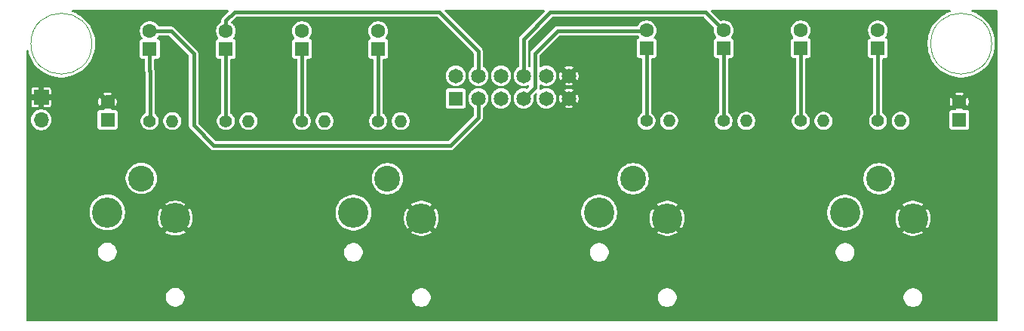
<source format=gbr>
%TF.GenerationSoftware,KiCad,Pcbnew,9.0.0*%
%TF.CreationDate,2025-03-26T12:01:05+11:00*%
%TF.ProjectId,Wing Board XLR Phantom,57696e67-2042-46f6-9172-6420584c5220,rev?*%
%TF.SameCoordinates,Original*%
%TF.FileFunction,Copper,L1,Top*%
%TF.FilePolarity,Positive*%
%FSLAX46Y46*%
G04 Gerber Fmt 4.6, Leading zero omitted, Abs format (unit mm)*
G04 Created by KiCad (PCBNEW 9.0.0) date 2025-03-26 12:01:05*
%MOMM*%
%LPD*%
G01*
G04 APERTURE LIST*
%TA.AperFunction,EtchedComponent*%
%ADD10C,0.120000*%
%TD*%
%TA.AperFunction,ComponentPad*%
%ADD11C,1.400000*%
%TD*%
%TA.AperFunction,ComponentPad*%
%ADD12O,1.400000X1.400000*%
%TD*%
%TA.AperFunction,ComponentPad*%
%ADD13C,3.400000*%
%TD*%
%TA.AperFunction,ComponentPad*%
%ADD14C,2.900000*%
%TD*%
%TA.AperFunction,ComponentPad*%
%ADD15R,1.600000X1.600000*%
%TD*%
%TA.AperFunction,ComponentPad*%
%ADD16C,1.600000*%
%TD*%
%TA.AperFunction,ComponentPad*%
%ADD17R,1.700000X1.700000*%
%TD*%
%TA.AperFunction,ComponentPad*%
%ADD18O,1.700000X1.700000*%
%TD*%
%TA.AperFunction,ComponentPad*%
%ADD19R,1.650000X1.650000*%
%TD*%
%TA.AperFunction,ComponentPad*%
%ADD20C,1.650000*%
%TD*%
%TA.AperFunction,Conductor*%
%ADD21C,0.406400*%
%TD*%
G04 APERTURE END LIST*
D10*
%TO.C,H1*%
X108827222Y-4318000D02*
G75*
G02*
X101992778Y-4318000I-3417222J0D01*
G01*
X101992778Y-4318000D02*
G75*
G02*
X108827222Y-4318000I3417222J0D01*
G01*
%TO.C,H2*%
X7862222Y-4318000D02*
G75*
G02*
X1027778Y-4318000I-3417222J0D01*
G01*
X1027778Y-4318000D02*
G75*
G02*
X7862222Y-4318000I3417222J0D01*
G01*
%TD*%
D11*
%TO.P,R2,1*%
%TO.N,/XC+*%
X31433432Y-13004800D03*
D12*
%TO.P,R2,2*%
%TO.N,Net-(J5-Pin_2)*%
X33973432Y-13004800D03*
%TD*%
D13*
%TO.P,J6,1*%
%TO.N,AGND*%
X17221200Y-23906400D03*
%TO.P,J6,2*%
%TO.N,/XD+*%
X9601200Y-23271400D03*
D14*
%TO.P,J6,3*%
%TO.N,/XD-*%
X13411200Y-19456400D03*
%TD*%
D11*
%TO.P,R1,1*%
%TO.N,/XD+*%
X14342700Y-13004800D03*
D12*
%TO.P,R1,2*%
%TO.N,Net-(J5-Pin_2)*%
X16882700Y-13004800D03*
%TD*%
D11*
%TO.P,R7,1*%
%TO.N,/XC-*%
X39978800Y-13004800D03*
D12*
%TO.P,R7,2*%
%TO.N,Net-(J5-Pin_2)*%
X42518800Y-13004800D03*
%TD*%
D15*
%TO.P,C1,1*%
%TO.N,/XD+*%
X14366667Y-4910200D03*
D16*
%TO.P,C1,2*%
%TO.N,/D+*%
X14366667Y-2910200D03*
%TD*%
D15*
%TO.P,C4,1*%
%TO.N,/XC-*%
X39984467Y-4910200D03*
D16*
%TO.P,C4,2*%
%TO.N,/C-*%
X39984467Y-2910200D03*
%TD*%
D15*
%TO.P,C2,1*%
%TO.N,/XD-*%
X22905933Y-4910200D03*
D16*
%TO.P,C2,2*%
%TO.N,/D-*%
X22905933Y-2910200D03*
%TD*%
D11*
%TO.P,R4,1*%
%TO.N,/XA+*%
X87409066Y-12979400D03*
D12*
%TO.P,R4,2*%
%TO.N,Net-(J5-Pin_2)*%
X89949066Y-12979400D03*
%TD*%
D15*
%TO.P,C10,1*%
%TO.N,Net-(J5-Pin_2)*%
X105206800Y-12852400D03*
D16*
%TO.P,C10,2*%
%TO.N,AGND*%
X105206800Y-10852400D03*
%TD*%
D15*
%TO.P,C6,1*%
%TO.N,/XB-*%
X78756933Y-4834000D03*
D16*
%TO.P,C6,2*%
%TO.N,/B-*%
X78756933Y-2834000D03*
%TD*%
D15*
%TO.P,C3,1*%
%TO.N,/XC+*%
X31445199Y-4910200D03*
D16*
%TO.P,C3,2*%
%TO.N,/C+*%
X31445199Y-2910200D03*
%TD*%
D13*
%TO.P,J1,1*%
%TO.N,AGND*%
X99999800Y-23926800D03*
%TO.P,J1,2*%
%TO.N,/XA+*%
X92379800Y-23291800D03*
D14*
%TO.P,J1,3*%
%TO.N,/XA-*%
X96189800Y-19476800D03*
%TD*%
D13*
%TO.P,J4,1*%
%TO.N,AGND*%
X44831000Y-23926800D03*
%TO.P,J4,2*%
%TO.N,/XC+*%
X37211000Y-23291800D03*
D14*
%TO.P,J4,3*%
%TO.N,/XC-*%
X41021000Y-19476800D03*
%TD*%
D17*
%TO.P,J5,1,Pin_1*%
%TO.N,AGND*%
X2184400Y-10337800D03*
D18*
%TO.P,J5,2,Pin_2*%
%TO.N,Net-(J5-Pin_2)*%
X2184400Y-12877800D03*
%TD*%
D19*
%TO.P,J3,1,Pin_1*%
%TO.N,V+*%
X48691800Y-10464800D03*
D20*
%TO.P,J3,2,Pin_2*%
%TO.N,V-*%
X48691800Y-7924800D03*
%TO.P,J3,3,Pin_3*%
%TO.N,/D+*%
X51231800Y-10464800D03*
%TO.P,J3,4,Pin_4*%
%TO.N,/D-*%
X51231800Y-7924800D03*
%TO.P,J3,5,Pin_5*%
%TO.N,/C+*%
X53771800Y-10464800D03*
%TO.P,J3,6,Pin_6*%
%TO.N,/C-*%
X53771800Y-7924800D03*
%TO.P,J3,7,Pin_7*%
%TO.N,/B+*%
X56311800Y-10464800D03*
%TO.P,J3,8,Pin_8*%
%TO.N,/B-*%
X56311800Y-7924800D03*
%TO.P,J3,9,Pin_9*%
%TO.N,/A+*%
X58851800Y-10464800D03*
%TO.P,J3,10,Pin_10*%
%TO.N,/A-*%
X58851800Y-7924800D03*
%TO.P,J3,11,Pin_11*%
%TO.N,AGND*%
X61391800Y-10464800D03*
%TO.P,J3,12,Pin_12*%
X61391800Y-7924800D03*
%TD*%
D11*
%TO.P,R3,1*%
%TO.N,/XB+*%
X70103200Y-12979400D03*
D12*
%TO.P,R3,2*%
%TO.N,Net-(J5-Pin_2)*%
X72643200Y-12979400D03*
%TD*%
D11*
%TO.P,R5,1*%
%TO.N,/XA-*%
X96062000Y-12979400D03*
D12*
%TO.P,R5,2*%
%TO.N,Net-(J5-Pin_2)*%
X98602000Y-12979400D03*
%TD*%
D15*
%TO.P,C7,1*%
%TO.N,/XA+*%
X87409866Y-4834000D03*
D16*
%TO.P,C7,2*%
%TO.N,/A+*%
X87409866Y-2834000D03*
%TD*%
D15*
%TO.P,C5,1*%
%TO.N,/XB+*%
X70104000Y-4834000D03*
D16*
%TO.P,C5,2*%
%TO.N,/B+*%
X70104000Y-2834000D03*
%TD*%
D11*
%TO.P,R8,1*%
%TO.N,/XD-*%
X22888066Y-13004800D03*
D12*
%TO.P,R8,2*%
%TO.N,Net-(J5-Pin_2)*%
X25428066Y-13004800D03*
%TD*%
D11*
%TO.P,R6,1*%
%TO.N,/XB-*%
X78756133Y-12979400D03*
D12*
%TO.P,R6,2*%
%TO.N,Net-(J5-Pin_2)*%
X81296133Y-12979400D03*
%TD*%
D15*
%TO.P,C8,1*%
%TO.N,/XA-*%
X96062800Y-4834000D03*
D16*
%TO.P,C8,2*%
%TO.N,/A-*%
X96062800Y-2834000D03*
%TD*%
D15*
%TO.P,C9,1*%
%TO.N,Net-(J5-Pin_2)*%
X9626600Y-12852400D03*
D16*
%TO.P,C9,2*%
%TO.N,AGND*%
X9626600Y-10852400D03*
%TD*%
D13*
%TO.P,J2,1*%
%TO.N,AGND*%
X72415400Y-23926800D03*
%TO.P,J2,2*%
%TO.N,/XB+*%
X64795400Y-23291800D03*
D14*
%TO.P,J2,3*%
%TO.N,/XB-*%
X68605400Y-19476800D03*
%TD*%
D21*
%TO.N,/XD+*%
X14375000Y-12972500D02*
X14366667Y-12980833D01*
X14375000Y-5401867D02*
X14375000Y-4918533D01*
X14366667Y-5410200D02*
X14375000Y-5401867D01*
X14366667Y-7350333D02*
X14375000Y-7342000D01*
X14366667Y-4910200D02*
X14366667Y-7350333D01*
X14375000Y-7342000D02*
X14375000Y-12972500D01*
X14375000Y-4918533D02*
X14366667Y-4910200D01*
%TO.N,/XD-*%
X22905933Y-4910200D02*
X22905933Y-12986933D01*
%TO.N,/XC+*%
X31445199Y-4910200D02*
X31445199Y-12993033D01*
%TO.N,/XB+*%
X70104000Y-4834000D02*
X70104000Y-12978600D01*
%TO.N,/XC-*%
X39984467Y-4910200D02*
X39984467Y-12999133D01*
%TO.N,/XA-*%
X96062800Y-4834000D02*
X96062800Y-12978600D01*
%TO.N,/XB-*%
X78756933Y-4834000D02*
X78756933Y-12978600D01*
%TO.N,/XA+*%
X87409866Y-4834000D02*
X87409866Y-12978600D01*
%TO.N,/D-*%
X51231800Y-5181600D02*
X46812200Y-762000D01*
X51231800Y-7924800D02*
X51231800Y-5181600D01*
X23850600Y-762000D02*
X22905933Y-1706667D01*
X46812200Y-762000D02*
X23850600Y-762000D01*
X22905933Y-1706667D02*
X22905933Y-2910200D01*
%TO.N,/D+*%
X19278600Y-13487400D02*
X21539200Y-15748000D01*
X14366667Y-2910200D02*
X16753200Y-2910200D01*
X21539200Y-15748000D02*
X48082200Y-15748000D01*
X16753200Y-2910200D02*
X19278600Y-5435600D01*
X48082200Y-15748000D02*
X51231800Y-12598400D01*
X19278600Y-5435600D02*
X19278600Y-13487400D01*
X51231800Y-12598400D02*
X51231800Y-10464800D01*
%TO.N,/B-*%
X56311800Y-7924800D02*
X56311800Y-3784600D01*
X56311800Y-3784600D02*
X59309000Y-787400D01*
X59309000Y-787400D02*
X76710333Y-787400D01*
X76710333Y-787400D02*
X78756933Y-2834000D01*
%TO.N,/B+*%
X57581800Y-9194800D02*
X57581800Y-5384800D01*
X60096400Y-2870200D02*
X70067800Y-2870200D01*
X56311800Y-10464800D02*
X57581800Y-9194800D01*
X57581800Y-5384800D02*
X60096400Y-2870200D01*
%TD*%
%TA.AperFunction,Conductor*%
%TO.N,AGND*%
G36*
X23160650Y-520185D02*
G01*
X23206405Y-572989D01*
X23216349Y-642147D01*
X23187324Y-705703D01*
X23181292Y-712181D01*
X22499034Y-1394437D01*
X22499032Y-1394440D01*
X22439015Y-1498392D01*
X22437271Y-1501413D01*
X22432086Y-1510393D01*
X22397433Y-1639722D01*
X22397433Y-1852799D01*
X22377748Y-1919838D01*
X22329729Y-1963283D01*
X22326627Y-1964863D01*
X22185884Y-2067118D01*
X22185879Y-2067122D01*
X22062855Y-2190146D01*
X22062851Y-2190151D01*
X21960598Y-2330892D01*
X21881612Y-2485909D01*
X21827848Y-2651374D01*
X21800633Y-2823205D01*
X21800633Y-2997194D01*
X21827848Y-3169025D01*
X21881612Y-3334490D01*
X21960595Y-3489503D01*
X22063456Y-3631080D01*
X22086935Y-3696887D01*
X22071109Y-3764941D01*
X22021003Y-3813635D01*
X22013224Y-3817399D01*
X21930407Y-3853966D01*
X21849699Y-3934674D01*
X21803595Y-4039088D01*
X21803595Y-4039090D01*
X21800633Y-4064619D01*
X21800633Y-5755771D01*
X21800635Y-5755794D01*
X21803594Y-5781306D01*
X21803595Y-5781309D01*
X21849698Y-5885724D01*
X21849699Y-5885725D01*
X21930408Y-5966434D01*
X22034824Y-6012538D01*
X22060354Y-6015500D01*
X22273433Y-6015499D01*
X22340472Y-6035183D01*
X22386227Y-6087987D01*
X22397433Y-6139499D01*
X22397433Y-12057286D01*
X22377748Y-12124325D01*
X22342325Y-12160387D01*
X22247227Y-12223930D01*
X22247221Y-12223935D01*
X22107201Y-12363955D01*
X22107198Y-12363959D01*
X21997184Y-12528605D01*
X21997179Y-12528614D01*
X21921399Y-12711564D01*
X21921397Y-12711572D01*
X21882766Y-12905782D01*
X21882766Y-13103817D01*
X21921397Y-13298027D01*
X21921399Y-13298035D01*
X21997179Y-13480985D01*
X21997184Y-13480994D01*
X22107198Y-13645640D01*
X22107201Y-13645644D01*
X22247221Y-13785664D01*
X22247225Y-13785667D01*
X22411871Y-13895681D01*
X22411877Y-13895684D01*
X22411878Y-13895685D01*
X22594831Y-13971467D01*
X22761659Y-14004651D01*
X22789048Y-14010099D01*
X22789052Y-14010100D01*
X22789053Y-14010100D01*
X22987080Y-14010100D01*
X22987081Y-14010099D01*
X23181301Y-13971467D01*
X23364254Y-13895685D01*
X23528907Y-13785667D01*
X23668933Y-13645641D01*
X23778951Y-13480988D01*
X23854733Y-13298035D01*
X23893366Y-13103813D01*
X23893366Y-12905787D01*
X23893365Y-12905782D01*
X24422766Y-12905782D01*
X24422766Y-13103817D01*
X24461397Y-13298027D01*
X24461399Y-13298035D01*
X24537179Y-13480985D01*
X24537184Y-13480994D01*
X24647198Y-13645640D01*
X24647201Y-13645644D01*
X24787221Y-13785664D01*
X24787225Y-13785667D01*
X24951871Y-13895681D01*
X24951877Y-13895684D01*
X24951878Y-13895685D01*
X25134831Y-13971467D01*
X25301659Y-14004651D01*
X25329048Y-14010099D01*
X25329052Y-14010100D01*
X25329053Y-14010100D01*
X25527080Y-14010100D01*
X25527081Y-14010099D01*
X25721301Y-13971467D01*
X25904254Y-13895685D01*
X26068907Y-13785667D01*
X26208933Y-13645641D01*
X26318951Y-13480988D01*
X26394733Y-13298035D01*
X26433366Y-13103813D01*
X26433366Y-12905787D01*
X26394733Y-12711565D01*
X26318951Y-12528612D01*
X26318950Y-12528611D01*
X26318947Y-12528605D01*
X26208933Y-12363959D01*
X26208930Y-12363955D01*
X26068910Y-12223935D01*
X26068906Y-12223932D01*
X25904260Y-12113918D01*
X25904251Y-12113913D01*
X25721301Y-12038133D01*
X25721293Y-12038131D01*
X25527083Y-11999500D01*
X25527079Y-11999500D01*
X25329053Y-11999500D01*
X25329048Y-11999500D01*
X25134838Y-12038131D01*
X25134830Y-12038133D01*
X24951880Y-12113913D01*
X24951871Y-12113918D01*
X24787225Y-12223932D01*
X24787221Y-12223935D01*
X24647201Y-12363955D01*
X24647198Y-12363959D01*
X24537184Y-12528605D01*
X24537179Y-12528614D01*
X24461399Y-12711564D01*
X24461397Y-12711572D01*
X24422766Y-12905782D01*
X23893365Y-12905782D01*
X23854733Y-12711565D01*
X23778951Y-12528612D01*
X23778950Y-12528611D01*
X23778947Y-12528605D01*
X23668933Y-12363959D01*
X23668930Y-12363955D01*
X23528910Y-12223935D01*
X23528904Y-12223930D01*
X23469541Y-12184264D01*
X23424737Y-12130651D01*
X23414433Y-12081163D01*
X23414433Y-6139499D01*
X23434118Y-6072460D01*
X23486922Y-6026705D01*
X23538433Y-6015499D01*
X23751505Y-6015499D01*
X23751511Y-6015499D01*
X23777042Y-6012538D01*
X23881458Y-5966434D01*
X23962167Y-5885725D01*
X24008271Y-5781309D01*
X24011233Y-5755779D01*
X24011232Y-4064622D01*
X24008271Y-4039091D01*
X23962167Y-3934675D01*
X23881458Y-3853966D01*
X23798641Y-3817398D01*
X23745265Y-3772311D01*
X23724738Y-3705525D01*
X23743577Y-3638243D01*
X23748410Y-3631078D01*
X23749005Y-3630258D01*
X23749009Y-3630255D01*
X23851270Y-3489504D01*
X23930255Y-3334488D01*
X23984017Y-3169025D01*
X24004109Y-3042170D01*
X24011233Y-2997194D01*
X24011233Y-2823205D01*
X30339899Y-2823205D01*
X30339899Y-2997194D01*
X30367114Y-3169025D01*
X30420878Y-3334490D01*
X30499861Y-3489503D01*
X30602722Y-3631080D01*
X30626201Y-3696887D01*
X30610375Y-3764941D01*
X30560269Y-3813635D01*
X30552490Y-3817399D01*
X30469673Y-3853966D01*
X30388965Y-3934674D01*
X30342861Y-4039088D01*
X30342861Y-4039090D01*
X30339899Y-4064619D01*
X30339899Y-5755771D01*
X30339901Y-5755794D01*
X30342860Y-5781306D01*
X30342861Y-5781309D01*
X30388964Y-5885724D01*
X30388965Y-5885725D01*
X30469674Y-5966434D01*
X30574090Y-6012538D01*
X30599620Y-6015500D01*
X30812699Y-6015499D01*
X30879738Y-6035183D01*
X30925493Y-6087987D01*
X30936699Y-6139499D01*
X30936699Y-12061362D01*
X30917014Y-12128401D01*
X30881591Y-12164464D01*
X30792587Y-12223935D01*
X30652567Y-12363955D01*
X30652564Y-12363959D01*
X30542550Y-12528605D01*
X30542545Y-12528614D01*
X30466765Y-12711564D01*
X30466763Y-12711572D01*
X30428132Y-12905782D01*
X30428132Y-13103817D01*
X30466763Y-13298027D01*
X30466765Y-13298035D01*
X30542545Y-13480985D01*
X30542550Y-13480994D01*
X30652564Y-13645640D01*
X30652567Y-13645644D01*
X30792587Y-13785664D01*
X30792591Y-13785667D01*
X30957237Y-13895681D01*
X30957243Y-13895684D01*
X30957244Y-13895685D01*
X31140197Y-13971467D01*
X31307025Y-14004651D01*
X31334414Y-14010099D01*
X31334418Y-14010100D01*
X31334419Y-14010100D01*
X31532446Y-14010100D01*
X31532447Y-14010099D01*
X31726667Y-13971467D01*
X31909620Y-13895685D01*
X32074273Y-13785667D01*
X32214299Y-13645641D01*
X32324317Y-13480988D01*
X32400099Y-13298035D01*
X32438732Y-13103813D01*
X32438732Y-12905787D01*
X32438731Y-12905782D01*
X32968132Y-12905782D01*
X32968132Y-13103817D01*
X33006763Y-13298027D01*
X33006765Y-13298035D01*
X33082545Y-13480985D01*
X33082550Y-13480994D01*
X33192564Y-13645640D01*
X33192567Y-13645644D01*
X33332587Y-13785664D01*
X33332591Y-13785667D01*
X33497237Y-13895681D01*
X33497243Y-13895684D01*
X33497244Y-13895685D01*
X33680197Y-13971467D01*
X33847025Y-14004651D01*
X33874414Y-14010099D01*
X33874418Y-14010100D01*
X33874419Y-14010100D01*
X34072446Y-14010100D01*
X34072447Y-14010099D01*
X34266667Y-13971467D01*
X34449620Y-13895685D01*
X34614273Y-13785667D01*
X34754299Y-13645641D01*
X34864317Y-13480988D01*
X34940099Y-13298035D01*
X34978732Y-13103813D01*
X34978732Y-12905787D01*
X34940099Y-12711565D01*
X34864317Y-12528612D01*
X34864316Y-12528611D01*
X34864313Y-12528605D01*
X34754299Y-12363959D01*
X34754296Y-12363955D01*
X34614276Y-12223935D01*
X34614272Y-12223932D01*
X34449626Y-12113918D01*
X34449617Y-12113913D01*
X34266667Y-12038133D01*
X34266659Y-12038131D01*
X34072449Y-11999500D01*
X34072445Y-11999500D01*
X33874419Y-11999500D01*
X33874414Y-11999500D01*
X33680204Y-12038131D01*
X33680196Y-12038133D01*
X33497246Y-12113913D01*
X33497237Y-12113918D01*
X33332591Y-12223932D01*
X33332587Y-12223935D01*
X33192567Y-12363955D01*
X33192564Y-12363959D01*
X33082550Y-12528605D01*
X33082545Y-12528614D01*
X33006765Y-12711564D01*
X33006763Y-12711572D01*
X32968132Y-12905782D01*
X32438731Y-12905782D01*
X32400099Y-12711565D01*
X32324317Y-12528612D01*
X32324316Y-12528611D01*
X32324313Y-12528605D01*
X32214299Y-12363959D01*
X32214296Y-12363955D01*
X32074276Y-12223935D01*
X32074270Y-12223930D01*
X32008807Y-12180188D01*
X31964003Y-12126575D01*
X31953699Y-12077087D01*
X31953699Y-6139499D01*
X31973384Y-6072460D01*
X32026188Y-6026705D01*
X32077699Y-6015499D01*
X32290771Y-6015499D01*
X32290777Y-6015499D01*
X32316308Y-6012538D01*
X32420724Y-5966434D01*
X32501433Y-5885725D01*
X32547537Y-5781309D01*
X32550499Y-5755779D01*
X32550498Y-4064622D01*
X32547537Y-4039091D01*
X32501433Y-3934675D01*
X32420724Y-3853966D01*
X32337907Y-3817398D01*
X32284531Y-3772311D01*
X32264004Y-3705525D01*
X32282843Y-3638243D01*
X32287676Y-3631078D01*
X32288271Y-3630258D01*
X32288275Y-3630255D01*
X32390536Y-3489504D01*
X32469521Y-3334488D01*
X32523283Y-3169025D01*
X32543375Y-3042170D01*
X32550499Y-2997194D01*
X32550499Y-2823205D01*
X38879167Y-2823205D01*
X38879167Y-2997194D01*
X38906382Y-3169025D01*
X38960146Y-3334490D01*
X39039129Y-3489503D01*
X39141990Y-3631080D01*
X39165469Y-3696887D01*
X39149643Y-3764941D01*
X39099537Y-3813635D01*
X39091758Y-3817399D01*
X39008941Y-3853966D01*
X38928233Y-3934674D01*
X38882129Y-4039088D01*
X38882129Y-4039090D01*
X38879167Y-4064619D01*
X38879167Y-5755771D01*
X38879169Y-5755794D01*
X38882128Y-5781306D01*
X38882129Y-5781309D01*
X38928232Y-5885724D01*
X38928233Y-5885725D01*
X39008942Y-5966434D01*
X39113358Y-6012538D01*
X39138888Y-6015500D01*
X39351967Y-6015499D01*
X39419006Y-6035183D01*
X39464761Y-6087987D01*
X39475967Y-6139499D01*
X39475967Y-12065438D01*
X39456282Y-12132477D01*
X39420859Y-12168540D01*
X39337955Y-12223935D01*
X39197935Y-12363955D01*
X39197932Y-12363959D01*
X39087918Y-12528605D01*
X39087913Y-12528614D01*
X39012133Y-12711564D01*
X39012131Y-12711572D01*
X38973500Y-12905782D01*
X38973500Y-13103817D01*
X39012131Y-13298027D01*
X39012133Y-13298035D01*
X39087913Y-13480985D01*
X39087918Y-13480994D01*
X39197932Y-13645640D01*
X39197935Y-13645644D01*
X39337955Y-13785664D01*
X39337959Y-13785667D01*
X39502605Y-13895681D01*
X39502611Y-13895684D01*
X39502612Y-13895685D01*
X39685565Y-13971467D01*
X39852393Y-14004651D01*
X39879782Y-14010099D01*
X39879786Y-14010100D01*
X39879787Y-14010100D01*
X40077814Y-14010100D01*
X40077815Y-14010099D01*
X40272035Y-13971467D01*
X40454988Y-13895685D01*
X40619641Y-13785667D01*
X40759667Y-13645641D01*
X40869685Y-13480988D01*
X40945467Y-13298035D01*
X40984100Y-13103813D01*
X40984100Y-12905787D01*
X40984099Y-12905782D01*
X41513500Y-12905782D01*
X41513500Y-13103817D01*
X41552131Y-13298027D01*
X41552133Y-13298035D01*
X41627913Y-13480985D01*
X41627918Y-13480994D01*
X41737932Y-13645640D01*
X41737935Y-13645644D01*
X41877955Y-13785664D01*
X41877959Y-13785667D01*
X42042605Y-13895681D01*
X42042611Y-13895684D01*
X42042612Y-13895685D01*
X42225565Y-13971467D01*
X42392393Y-14004651D01*
X42419782Y-14010099D01*
X42419786Y-14010100D01*
X42419787Y-14010100D01*
X42617814Y-14010100D01*
X42617815Y-14010099D01*
X42812035Y-13971467D01*
X42994988Y-13895685D01*
X43159641Y-13785667D01*
X43299667Y-13645641D01*
X43409685Y-13480988D01*
X43485467Y-13298035D01*
X43524100Y-13103813D01*
X43524100Y-12905787D01*
X43485467Y-12711565D01*
X43409685Y-12528612D01*
X43409684Y-12528611D01*
X43409681Y-12528605D01*
X43299667Y-12363959D01*
X43299664Y-12363955D01*
X43159644Y-12223935D01*
X43159640Y-12223932D01*
X42994994Y-12113918D01*
X42994985Y-12113913D01*
X42812035Y-12038133D01*
X42812027Y-12038131D01*
X42617817Y-11999500D01*
X42617813Y-11999500D01*
X42419787Y-11999500D01*
X42419782Y-11999500D01*
X42225572Y-12038131D01*
X42225564Y-12038133D01*
X42042614Y-12113913D01*
X42042605Y-12113918D01*
X41877959Y-12223932D01*
X41877955Y-12223935D01*
X41737935Y-12363955D01*
X41737932Y-12363959D01*
X41627918Y-12528605D01*
X41627913Y-12528614D01*
X41552133Y-12711564D01*
X41552131Y-12711572D01*
X41513500Y-12905782D01*
X40984099Y-12905782D01*
X40945467Y-12711565D01*
X40869685Y-12528612D01*
X40869684Y-12528611D01*
X40869681Y-12528605D01*
X40759667Y-12363959D01*
X40759664Y-12363955D01*
X40619648Y-12223939D01*
X40619643Y-12223935D01*
X40619641Y-12223933D01*
X40554173Y-12180188D01*
X40548075Y-12176113D01*
X40503271Y-12122500D01*
X40492967Y-12073012D01*
X40492967Y-9594219D01*
X47561500Y-9594219D01*
X47561500Y-11335371D01*
X47561502Y-11335394D01*
X47564461Y-11360906D01*
X47564462Y-11360909D01*
X47610565Y-11465324D01*
X47610566Y-11465325D01*
X47691275Y-11546034D01*
X47795691Y-11592138D01*
X47821221Y-11595100D01*
X49562378Y-11595099D01*
X49587909Y-11592138D01*
X49692325Y-11546034D01*
X49773034Y-11465325D01*
X49819138Y-11360909D01*
X49822100Y-11335379D01*
X49822099Y-9594222D01*
X49819138Y-9568691D01*
X49773034Y-9464275D01*
X49692325Y-9383566D01*
X49656958Y-9367950D01*
X49587910Y-9337462D01*
X49562379Y-9334500D01*
X47821228Y-9334500D01*
X47821205Y-9334502D01*
X47795693Y-9337461D01*
X47795690Y-9337462D01*
X47691275Y-9383565D01*
X47610566Y-9464274D01*
X47564462Y-9568688D01*
X47564462Y-9568690D01*
X47561500Y-9594219D01*
X40492967Y-9594219D01*
X40492967Y-7835843D01*
X47561500Y-7835843D01*
X47561500Y-8013756D01*
X47589332Y-8189480D01*
X47644308Y-8358682D01*
X47680432Y-8429578D01*
X47725081Y-8517206D01*
X47829656Y-8661141D01*
X47955459Y-8786944D01*
X48099394Y-8891519D01*
X48242010Y-8964186D01*
X48257917Y-8972291D01*
X48293105Y-8983724D01*
X48427121Y-9027268D01*
X48602843Y-9055100D01*
X48602844Y-9055100D01*
X48780756Y-9055100D01*
X48780757Y-9055100D01*
X48956479Y-9027268D01*
X49125685Y-8972290D01*
X49284206Y-8891519D01*
X49428141Y-8786944D01*
X49553944Y-8661141D01*
X49658519Y-8517206D01*
X49739290Y-8358685D01*
X49794268Y-8189479D01*
X49822100Y-8013757D01*
X49822100Y-7835843D01*
X49794268Y-7660121D01*
X49763779Y-7566285D01*
X49739291Y-7490917D01*
X49674797Y-7364341D01*
X49658519Y-7332394D01*
X49553944Y-7188459D01*
X49428141Y-7062656D01*
X49284206Y-6958081D01*
X49273013Y-6952378D01*
X49125682Y-6877308D01*
X48956480Y-6822332D01*
X48832434Y-6802685D01*
X48780757Y-6794500D01*
X48602843Y-6794500D01*
X48551166Y-6802685D01*
X48427119Y-6822332D01*
X48257917Y-6877308D01*
X48099393Y-6958081D01*
X48052520Y-6992137D01*
X47955459Y-7062656D01*
X47955457Y-7062658D01*
X47955456Y-7062658D01*
X47829658Y-7188456D01*
X47829658Y-7188457D01*
X47829656Y-7188459D01*
X47786147Y-7248344D01*
X47725081Y-7332393D01*
X47644308Y-7490917D01*
X47589332Y-7660119D01*
X47561500Y-7835843D01*
X40492967Y-7835843D01*
X40492967Y-6139499D01*
X40512652Y-6072460D01*
X40565456Y-6026705D01*
X40616967Y-6015499D01*
X40830039Y-6015499D01*
X40830045Y-6015499D01*
X40855576Y-6012538D01*
X40959992Y-5966434D01*
X41040701Y-5885725D01*
X41086805Y-5781309D01*
X41089767Y-5755779D01*
X41089766Y-4064622D01*
X41086805Y-4039091D01*
X41040701Y-3934675D01*
X40959992Y-3853966D01*
X40877175Y-3817398D01*
X40823799Y-3772311D01*
X40803272Y-3705525D01*
X40822111Y-3638243D01*
X40826944Y-3631078D01*
X40827539Y-3630258D01*
X40827543Y-3630255D01*
X40929804Y-3489504D01*
X41008789Y-3334488D01*
X41062551Y-3169025D01*
X41082643Y-3042170D01*
X41089767Y-2997194D01*
X41089767Y-2823205D01*
X41062551Y-2651374D01*
X41037792Y-2575174D01*
X41008789Y-2485912D01*
X40929804Y-2330896D01*
X40874439Y-2254692D01*
X40827548Y-2190151D01*
X40827544Y-2190146D01*
X40704520Y-2067122D01*
X40704515Y-2067118D01*
X40563774Y-1964865D01*
X40563773Y-1964864D01*
X40563771Y-1964863D01*
X40408755Y-1885878D01*
X40365843Y-1871935D01*
X40243292Y-1832115D01*
X40071461Y-1804900D01*
X40071456Y-1804900D01*
X39897478Y-1804900D01*
X39897473Y-1804900D01*
X39725641Y-1832115D01*
X39560176Y-1885879D01*
X39405159Y-1964865D01*
X39264418Y-2067118D01*
X39264413Y-2067122D01*
X39141389Y-2190146D01*
X39141385Y-2190151D01*
X39039132Y-2330892D01*
X38960146Y-2485909D01*
X38906382Y-2651374D01*
X38879167Y-2823205D01*
X32550499Y-2823205D01*
X32523283Y-2651374D01*
X32498524Y-2575174D01*
X32469521Y-2485912D01*
X32390536Y-2330896D01*
X32335171Y-2254692D01*
X32288280Y-2190151D01*
X32288276Y-2190146D01*
X32165252Y-2067122D01*
X32165247Y-2067118D01*
X32024506Y-1964865D01*
X32024505Y-1964864D01*
X32024503Y-1964863D01*
X31869487Y-1885878D01*
X31826575Y-1871935D01*
X31704024Y-1832115D01*
X31532193Y-1804900D01*
X31532188Y-1804900D01*
X31358210Y-1804900D01*
X31358205Y-1804900D01*
X31186373Y-1832115D01*
X31020908Y-1885879D01*
X30865891Y-1964865D01*
X30725150Y-2067118D01*
X30725145Y-2067122D01*
X30602121Y-2190146D01*
X30602117Y-2190151D01*
X30499864Y-2330892D01*
X30420878Y-2485909D01*
X30367114Y-2651374D01*
X30339899Y-2823205D01*
X24011233Y-2823205D01*
X23984017Y-2651374D01*
X23959258Y-2575174D01*
X23930255Y-2485912D01*
X23851270Y-2330896D01*
X23795905Y-2254692D01*
X23749014Y-2190151D01*
X23749010Y-2190146D01*
X23625986Y-2067122D01*
X23625981Y-2067118D01*
X23534134Y-2000387D01*
X23491468Y-1945057D01*
X23485489Y-1875444D01*
X23518095Y-1813649D01*
X23519268Y-1812458D01*
X24024908Y-1306819D01*
X24086231Y-1273334D01*
X24112589Y-1270500D01*
X46550210Y-1270500D01*
X46617249Y-1290185D01*
X46637891Y-1306819D01*
X50686981Y-5355909D01*
X50720466Y-5417232D01*
X50723300Y-5443590D01*
X50723300Y-6839341D01*
X50703615Y-6906380D01*
X50655596Y-6949825D01*
X50639396Y-6958079D01*
X50592520Y-6992137D01*
X50495459Y-7062656D01*
X50495457Y-7062658D01*
X50495456Y-7062658D01*
X50369658Y-7188456D01*
X50369658Y-7188457D01*
X50369656Y-7188459D01*
X50326147Y-7248344D01*
X50265081Y-7332393D01*
X50184308Y-7490917D01*
X50129332Y-7660119D01*
X50101500Y-7835843D01*
X50101500Y-8013756D01*
X50129332Y-8189480D01*
X50184308Y-8358682D01*
X50220432Y-8429578D01*
X50265081Y-8517206D01*
X50369656Y-8661141D01*
X50495459Y-8786944D01*
X50639394Y-8891519D01*
X50782010Y-8964186D01*
X50797917Y-8972291D01*
X50833105Y-8983724D01*
X50967121Y-9027268D01*
X51142843Y-9055100D01*
X51142844Y-9055100D01*
X51320756Y-9055100D01*
X51320757Y-9055100D01*
X51496479Y-9027268D01*
X51665685Y-8972290D01*
X51824206Y-8891519D01*
X51968141Y-8786944D01*
X52093944Y-8661141D01*
X52198519Y-8517206D01*
X52279290Y-8358685D01*
X52334268Y-8189479D01*
X52362100Y-8013757D01*
X52362100Y-7835843D01*
X52641500Y-7835843D01*
X52641500Y-8013756D01*
X52669332Y-8189480D01*
X52724308Y-8358682D01*
X52760432Y-8429578D01*
X52805081Y-8517206D01*
X52909656Y-8661141D01*
X53035459Y-8786944D01*
X53179394Y-8891519D01*
X53322010Y-8964186D01*
X53337917Y-8972291D01*
X53373105Y-8983724D01*
X53507121Y-9027268D01*
X53682843Y-9055100D01*
X53682844Y-9055100D01*
X53860756Y-9055100D01*
X53860757Y-9055100D01*
X54036479Y-9027268D01*
X54205685Y-8972290D01*
X54364206Y-8891519D01*
X54508141Y-8786944D01*
X54633944Y-8661141D01*
X54738519Y-8517206D01*
X54819290Y-8358685D01*
X54874268Y-8189479D01*
X54902100Y-8013757D01*
X54902100Y-7835843D01*
X54874268Y-7660121D01*
X54843779Y-7566285D01*
X54819291Y-7490917D01*
X54754797Y-7364341D01*
X54738519Y-7332394D01*
X54633944Y-7188459D01*
X54508141Y-7062656D01*
X54364206Y-6958081D01*
X54353013Y-6952378D01*
X54205682Y-6877308D01*
X54036480Y-6822332D01*
X53912434Y-6802685D01*
X53860757Y-6794500D01*
X53682843Y-6794500D01*
X53631166Y-6802685D01*
X53507119Y-6822332D01*
X53337917Y-6877308D01*
X53179393Y-6958081D01*
X53132520Y-6992137D01*
X53035459Y-7062656D01*
X53035457Y-7062658D01*
X53035456Y-7062658D01*
X52909658Y-7188456D01*
X52909658Y-7188457D01*
X52909656Y-7188459D01*
X52866147Y-7248344D01*
X52805081Y-7332393D01*
X52724308Y-7490917D01*
X52669332Y-7660119D01*
X52641500Y-7835843D01*
X52362100Y-7835843D01*
X52334268Y-7660121D01*
X52303779Y-7566285D01*
X52279291Y-7490917D01*
X52214797Y-7364341D01*
X52198519Y-7332394D01*
X52093944Y-7188459D01*
X51968141Y-7062656D01*
X51824206Y-6958081D01*
X51824205Y-6958080D01*
X51824203Y-6958079D01*
X51808004Y-6949825D01*
X51757208Y-6901850D01*
X51740300Y-6839341D01*
X51740300Y-5114657D01*
X51740300Y-5114655D01*
X51705647Y-4985326D01*
X51662707Y-4910953D01*
X51662707Y-4910952D01*
X51662705Y-4910950D01*
X51638703Y-4869376D01*
X51638699Y-4869371D01*
X47481509Y-712181D01*
X47448024Y-650858D01*
X47453008Y-581166D01*
X47494880Y-525233D01*
X47560344Y-500816D01*
X47569190Y-500500D01*
X58577411Y-500500D01*
X58644450Y-520185D01*
X58690205Y-572989D01*
X58700149Y-642147D01*
X58671124Y-705703D01*
X58665092Y-712181D01*
X55904900Y-3472371D01*
X55904898Y-3472374D01*
X55895009Y-3489503D01*
X55857740Y-3554055D01*
X55857265Y-3554878D01*
X55837953Y-3588325D01*
X55803300Y-3717655D01*
X55803300Y-6839341D01*
X55783615Y-6906380D01*
X55735596Y-6949825D01*
X55719396Y-6958079D01*
X55672520Y-6992137D01*
X55575459Y-7062656D01*
X55575457Y-7062658D01*
X55575456Y-7062658D01*
X55449658Y-7188456D01*
X55449658Y-7188457D01*
X55449656Y-7188459D01*
X55406147Y-7248344D01*
X55345081Y-7332393D01*
X55264308Y-7490917D01*
X55209332Y-7660119D01*
X55181500Y-7835843D01*
X55181500Y-8013756D01*
X55209332Y-8189480D01*
X55264308Y-8358682D01*
X55300432Y-8429578D01*
X55345081Y-8517206D01*
X55449656Y-8661141D01*
X55575459Y-8786944D01*
X55719394Y-8891519D01*
X55862010Y-8964186D01*
X55877917Y-8972291D01*
X55913105Y-8983724D01*
X56047121Y-9027268D01*
X56222843Y-9055100D01*
X56222844Y-9055100D01*
X56400756Y-9055100D01*
X56400757Y-9055100D01*
X56576479Y-9027268D01*
X56745685Y-8972290D01*
X56745687Y-8972288D01*
X56749297Y-8970794D01*
X56760505Y-8969588D01*
X56770399Y-8964186D01*
X56794621Y-8965918D01*
X56818766Y-8963321D01*
X56828845Y-8968365D01*
X56840091Y-8969170D01*
X56859532Y-8983724D01*
X56881247Y-8994592D01*
X56886999Y-9004286D01*
X56896024Y-9011042D01*
X56904510Y-9033795D01*
X56916903Y-9054679D01*
X56916501Y-9065943D01*
X56920441Y-9076506D01*
X56915279Y-9100234D01*
X56914414Y-9124504D01*
X56907599Y-9135536D01*
X56905589Y-9144779D01*
X56884439Y-9173032D01*
X56795728Y-9261743D01*
X56719770Y-9337701D01*
X56658447Y-9371185D01*
X56593772Y-9367950D01*
X56576481Y-9362332D01*
X56576482Y-9362332D01*
X56419458Y-9337462D01*
X56400757Y-9334500D01*
X56222843Y-9334500D01*
X56164269Y-9343777D01*
X56047119Y-9362332D01*
X55877917Y-9417308D01*
X55719393Y-9498081D01*
X55637273Y-9557745D01*
X55575459Y-9602656D01*
X55575457Y-9602658D01*
X55575456Y-9602658D01*
X55449658Y-9728456D01*
X55449658Y-9728457D01*
X55449656Y-9728459D01*
X55404745Y-9790273D01*
X55345081Y-9872393D01*
X55264308Y-10030917D01*
X55209332Y-10200119D01*
X55181500Y-10375843D01*
X55181500Y-10553756D01*
X55209332Y-10729480D01*
X55264308Y-10898682D01*
X55323474Y-11014800D01*
X55345081Y-11057206D01*
X55449656Y-11201141D01*
X55575459Y-11326944D01*
X55719394Y-11431519D01*
X55829743Y-11487745D01*
X55877917Y-11512291D01*
X55962518Y-11539779D01*
X56047121Y-11567268D01*
X56222843Y-11595100D01*
X56222844Y-11595100D01*
X56400756Y-11595100D01*
X56400757Y-11595100D01*
X56576479Y-11567268D01*
X56745685Y-11512290D01*
X56904206Y-11431519D01*
X57048141Y-11326944D01*
X57173944Y-11201141D01*
X57278519Y-11057206D01*
X57359290Y-10898685D01*
X57414268Y-10729479D01*
X57442100Y-10553757D01*
X57442100Y-10375843D01*
X57414268Y-10200121D01*
X57414267Y-10200117D01*
X57408649Y-10182825D01*
X57408214Y-10167613D01*
X57402896Y-10153354D01*
X57407237Y-10133398D01*
X57406654Y-10112984D01*
X57414742Y-10098897D01*
X57417748Y-10085081D01*
X57438895Y-10056831D01*
X57603570Y-9892157D01*
X57664890Y-9858674D01*
X57734582Y-9863658D01*
X57790515Y-9905530D01*
X57814932Y-9970994D01*
X57805812Y-10027285D01*
X57804311Y-10030907D01*
X57749332Y-10200119D01*
X57721500Y-10375843D01*
X57721500Y-10553756D01*
X57749332Y-10729480D01*
X57804308Y-10898682D01*
X57863474Y-11014800D01*
X57885081Y-11057206D01*
X57989656Y-11201141D01*
X58115459Y-11326944D01*
X58259394Y-11431519D01*
X58369743Y-11487745D01*
X58417917Y-11512291D01*
X58502518Y-11539779D01*
X58587121Y-11567268D01*
X58762843Y-11595100D01*
X58762844Y-11595100D01*
X58940756Y-11595100D01*
X58940757Y-11595100D01*
X59116479Y-11567268D01*
X59285685Y-11512290D01*
X59444206Y-11431519D01*
X59588141Y-11326944D01*
X59713944Y-11201141D01*
X59818519Y-11057206D01*
X59899290Y-10898685D01*
X59954268Y-10729479D01*
X59982100Y-10553757D01*
X59982100Y-10379881D01*
X60312800Y-10379881D01*
X60312800Y-10549718D01*
X60339368Y-10717466D01*
X60391853Y-10878996D01*
X60438007Y-10969577D01*
X60847839Y-10559747D01*
X60879282Y-10677092D01*
X60951690Y-10802508D01*
X61054092Y-10904910D01*
X61179508Y-10977318D01*
X61296851Y-11008760D01*
X60887020Y-11418590D01*
X60977609Y-11464747D01*
X61139133Y-11517231D01*
X61306882Y-11543800D01*
X61476718Y-11543800D01*
X61644466Y-11517231D01*
X61805993Y-11464746D01*
X61805997Y-11464745D01*
X61896578Y-11418590D01*
X61486749Y-11008760D01*
X61604092Y-10977318D01*
X61729508Y-10904910D01*
X61831910Y-10802508D01*
X61904318Y-10677092D01*
X61935760Y-10559748D01*
X62345590Y-10969578D01*
X62391745Y-10878997D01*
X62391746Y-10878993D01*
X62444231Y-10717466D01*
X62470800Y-10549718D01*
X62470800Y-10379881D01*
X62444231Y-10212133D01*
X62391747Y-10050609D01*
X62345590Y-9960020D01*
X61935760Y-10369850D01*
X61904318Y-10252508D01*
X61831910Y-10127092D01*
X61729508Y-10024690D01*
X61604092Y-9952282D01*
X61486748Y-9920839D01*
X61896578Y-9511008D01*
X61805996Y-9464853D01*
X61644466Y-9412368D01*
X61476718Y-9385800D01*
X61306882Y-9385800D01*
X61139132Y-9412369D01*
X61139129Y-9412369D01*
X60977610Y-9464850D01*
X60887021Y-9511008D01*
X61296852Y-9920839D01*
X61179508Y-9952282D01*
X61054092Y-10024690D01*
X60951690Y-10127092D01*
X60879282Y-10252508D01*
X60847839Y-10369852D01*
X60438008Y-9960021D01*
X60391850Y-10050610D01*
X60339369Y-10212129D01*
X60339369Y-10212132D01*
X60312800Y-10379881D01*
X59982100Y-10379881D01*
X59982100Y-10375843D01*
X59954268Y-10200121D01*
X59921379Y-10098897D01*
X59899291Y-10030917D01*
X59891582Y-10015787D01*
X59818519Y-9872394D01*
X59713944Y-9728459D01*
X59588141Y-9602656D01*
X59444206Y-9498081D01*
X59285682Y-9417308D01*
X59116480Y-9362332D01*
X59028618Y-9348416D01*
X58940757Y-9334500D01*
X58762843Y-9334500D01*
X58704269Y-9343777D01*
X58587119Y-9362332D01*
X58417917Y-9417308D01*
X58259391Y-9498082D01*
X58254073Y-9501946D01*
X58227315Y-9511490D01*
X58201760Y-9523906D01*
X58194833Y-9523077D01*
X58188265Y-9525421D01*
X58160597Y-9518985D01*
X58132384Y-9515613D01*
X58127005Y-9511172D01*
X58120212Y-9509592D01*
X58100415Y-9489218D01*
X58078505Y-9471129D01*
X58076380Y-9464484D01*
X58071521Y-9459483D01*
X58065881Y-9431643D01*
X58057229Y-9404577D01*
X58058405Y-9394734D01*
X58057650Y-9391004D01*
X58061416Y-9369539D01*
X58070805Y-9334501D01*
X58090300Y-9261745D01*
X58090300Y-9007711D01*
X58109985Y-8940672D01*
X58162789Y-8894917D01*
X58231947Y-8884973D01*
X58270593Y-8897225D01*
X58402010Y-8964186D01*
X58417917Y-8972291D01*
X58453105Y-8983724D01*
X58587121Y-9027268D01*
X58762843Y-9055100D01*
X58762844Y-9055100D01*
X58940756Y-9055100D01*
X58940757Y-9055100D01*
X59116479Y-9027268D01*
X59285685Y-8972290D01*
X59444206Y-8891519D01*
X59588141Y-8786944D01*
X59713944Y-8661141D01*
X59818519Y-8517206D01*
X59899290Y-8358685D01*
X59954268Y-8189479D01*
X59982100Y-8013757D01*
X59982100Y-7839881D01*
X60312800Y-7839881D01*
X60312800Y-8009718D01*
X60339368Y-8177466D01*
X60391853Y-8338996D01*
X60438007Y-8429577D01*
X60847839Y-8019747D01*
X60879282Y-8137092D01*
X60951690Y-8262508D01*
X61054092Y-8364910D01*
X61179508Y-8437318D01*
X61296851Y-8468760D01*
X60887020Y-8878590D01*
X60977609Y-8924747D01*
X61139133Y-8977231D01*
X61306882Y-9003800D01*
X61476718Y-9003800D01*
X61644466Y-8977231D01*
X61805993Y-8924746D01*
X61805997Y-8924745D01*
X61896578Y-8878590D01*
X61486749Y-8468760D01*
X61604092Y-8437318D01*
X61729508Y-8364910D01*
X61831910Y-8262508D01*
X61904318Y-8137092D01*
X61935760Y-8019748D01*
X62345590Y-8429578D01*
X62391745Y-8338997D01*
X62391746Y-8338993D01*
X62444231Y-8177466D01*
X62470800Y-8009718D01*
X62470800Y-7839881D01*
X62444231Y-7672133D01*
X62391747Y-7510609D01*
X62345590Y-7420020D01*
X61935760Y-7829850D01*
X61904318Y-7712508D01*
X61831910Y-7587092D01*
X61729508Y-7484690D01*
X61604092Y-7412282D01*
X61486748Y-7380839D01*
X61896578Y-6971008D01*
X61805996Y-6924853D01*
X61644466Y-6872368D01*
X61476718Y-6845800D01*
X61306882Y-6845800D01*
X61139132Y-6872369D01*
X61139129Y-6872369D01*
X60977610Y-6924850D01*
X60887021Y-6971008D01*
X61296852Y-7380839D01*
X61179508Y-7412282D01*
X61054092Y-7484690D01*
X60951690Y-7587092D01*
X60879282Y-7712508D01*
X60847839Y-7829852D01*
X60438008Y-7420021D01*
X60391850Y-7510610D01*
X60339369Y-7672129D01*
X60339369Y-7672132D01*
X60312800Y-7839881D01*
X59982100Y-7839881D01*
X59982100Y-7835843D01*
X59954268Y-7660121D01*
X59923779Y-7566285D01*
X59899291Y-7490917D01*
X59834797Y-7364341D01*
X59818519Y-7332394D01*
X59713944Y-7188459D01*
X59588141Y-7062656D01*
X59444206Y-6958081D01*
X59433013Y-6952378D01*
X59285682Y-6877308D01*
X59116480Y-6822332D01*
X58992434Y-6802685D01*
X58940757Y-6794500D01*
X58762843Y-6794500D01*
X58711166Y-6802685D01*
X58587119Y-6822332D01*
X58417917Y-6877308D01*
X58270595Y-6952373D01*
X58201926Y-6965269D01*
X58137185Y-6938993D01*
X58096928Y-6881886D01*
X58090300Y-6841888D01*
X58090300Y-5646790D01*
X58109985Y-5579751D01*
X58126619Y-5559109D01*
X60270709Y-3415019D01*
X60332032Y-3381534D01*
X60358390Y-3378700D01*
X69070340Y-3378700D01*
X69075589Y-3380241D01*
X69080952Y-3379155D01*
X69108754Y-3389979D01*
X69137379Y-3398385D01*
X69142314Y-3403046D01*
X69146061Y-3404505D01*
X69170659Y-3429815D01*
X69261523Y-3554880D01*
X69285002Y-3620687D01*
X69269176Y-3688740D01*
X69219070Y-3737435D01*
X69211291Y-3741199D01*
X69128474Y-3777766D01*
X69047766Y-3858474D01*
X69001662Y-3962888D01*
X69001662Y-3962890D01*
X68998700Y-3988419D01*
X68998700Y-5679571D01*
X68998702Y-5679594D01*
X69001661Y-5705106D01*
X69001662Y-5705109D01*
X69047765Y-5809524D01*
X69047766Y-5809525D01*
X69128475Y-5890234D01*
X69232891Y-5936338D01*
X69258421Y-5939300D01*
X69471500Y-5939299D01*
X69538539Y-5958983D01*
X69584294Y-6011787D01*
X69595500Y-6063299D01*
X69595500Y-12043290D01*
X69575815Y-12110329D01*
X69540392Y-12146391D01*
X69462361Y-12198530D01*
X69462355Y-12198535D01*
X69322335Y-12338555D01*
X69322332Y-12338559D01*
X69212318Y-12503205D01*
X69212313Y-12503214D01*
X69136533Y-12686164D01*
X69136531Y-12686172D01*
X69097900Y-12880382D01*
X69097900Y-13078417D01*
X69136531Y-13272627D01*
X69136533Y-13272635D01*
X69212313Y-13455585D01*
X69212318Y-13455594D01*
X69322332Y-13620240D01*
X69322335Y-13620244D01*
X69462355Y-13760264D01*
X69462359Y-13760267D01*
X69627005Y-13870281D01*
X69627011Y-13870284D01*
X69627012Y-13870285D01*
X69809965Y-13946067D01*
X70004182Y-13984699D01*
X70004186Y-13984700D01*
X70004187Y-13984700D01*
X70202214Y-13984700D01*
X70202215Y-13984699D01*
X70396435Y-13946067D01*
X70579388Y-13870285D01*
X70744041Y-13760267D01*
X70884067Y-13620241D01*
X70994085Y-13455588D01*
X71069867Y-13272635D01*
X71108500Y-13078413D01*
X71108500Y-12880387D01*
X71108499Y-12880382D01*
X71637900Y-12880382D01*
X71637900Y-13078417D01*
X71676531Y-13272627D01*
X71676533Y-13272635D01*
X71752313Y-13455585D01*
X71752318Y-13455594D01*
X71862332Y-13620240D01*
X71862335Y-13620244D01*
X72002355Y-13760264D01*
X72002359Y-13760267D01*
X72167005Y-13870281D01*
X72167011Y-13870284D01*
X72167012Y-13870285D01*
X72349965Y-13946067D01*
X72544182Y-13984699D01*
X72544186Y-13984700D01*
X72544187Y-13984700D01*
X72742214Y-13984700D01*
X72742215Y-13984699D01*
X72936435Y-13946067D01*
X73119388Y-13870285D01*
X73284041Y-13760267D01*
X73424067Y-13620241D01*
X73534085Y-13455588D01*
X73609867Y-13272635D01*
X73648500Y-13078413D01*
X73648500Y-12880387D01*
X73609867Y-12686165D01*
X73534085Y-12503212D01*
X73534084Y-12503211D01*
X73534081Y-12503205D01*
X73424067Y-12338559D01*
X73424064Y-12338555D01*
X73284044Y-12198535D01*
X73284040Y-12198532D01*
X73119394Y-12088518D01*
X73119385Y-12088513D01*
X72936435Y-12012733D01*
X72936427Y-12012731D01*
X72742217Y-11974100D01*
X72742213Y-11974100D01*
X72544187Y-11974100D01*
X72544182Y-11974100D01*
X72349972Y-12012731D01*
X72349964Y-12012733D01*
X72167014Y-12088513D01*
X72167005Y-12088518D01*
X72002359Y-12198532D01*
X72002355Y-12198535D01*
X71862335Y-12338555D01*
X71862332Y-12338559D01*
X71752318Y-12503205D01*
X71752313Y-12503214D01*
X71676533Y-12686164D01*
X71676531Y-12686172D01*
X71637900Y-12880382D01*
X71108499Y-12880382D01*
X71069867Y-12686165D01*
X70994085Y-12503212D01*
X70994084Y-12503211D01*
X70994081Y-12503205D01*
X70884067Y-12338559D01*
X70884064Y-12338555D01*
X70744044Y-12198535D01*
X70744038Y-12198530D01*
X70667608Y-12147460D01*
X70622804Y-12093848D01*
X70612500Y-12044359D01*
X70612500Y-6063299D01*
X70632185Y-5996260D01*
X70684989Y-5950505D01*
X70736500Y-5939299D01*
X70949572Y-5939299D01*
X70949578Y-5939299D01*
X70975109Y-5936338D01*
X71079525Y-5890234D01*
X71160234Y-5809525D01*
X71206338Y-5705109D01*
X71209300Y-5679579D01*
X71209299Y-3988422D01*
X71206338Y-3962891D01*
X71160234Y-3858475D01*
X71079525Y-3777766D01*
X71067171Y-3772311D01*
X70996708Y-3741198D01*
X70943332Y-3696111D01*
X70922805Y-3629325D01*
X70941644Y-3562043D01*
X70946477Y-3554878D01*
X70947072Y-3554058D01*
X70947076Y-3554055D01*
X71049337Y-3413304D01*
X71128322Y-3258288D01*
X71182084Y-3092825D01*
X71190107Y-3042168D01*
X71209300Y-2920994D01*
X71209300Y-2747005D01*
X71182084Y-2575174D01*
X71157528Y-2499599D01*
X71128322Y-2409712D01*
X71049337Y-2254696D01*
X71002438Y-2190145D01*
X70947081Y-2113951D01*
X70947077Y-2113946D01*
X70824053Y-1990922D01*
X70824048Y-1990918D01*
X70683307Y-1888665D01*
X70683306Y-1888664D01*
X70683304Y-1888663D01*
X70528288Y-1809678D01*
X70485376Y-1795735D01*
X70362825Y-1755915D01*
X70190994Y-1728700D01*
X70190989Y-1728700D01*
X70017011Y-1728700D01*
X70017006Y-1728700D01*
X69845174Y-1755915D01*
X69679709Y-1809679D01*
X69524692Y-1888665D01*
X69383951Y-1990918D01*
X69383946Y-1990922D01*
X69260922Y-2113946D01*
X69260918Y-2113951D01*
X69158662Y-2254696D01*
X69158661Y-2254697D01*
X69138638Y-2293995D01*
X69090664Y-2344791D01*
X69028154Y-2361700D01*
X60029455Y-2361700D01*
X59900124Y-2396353D01*
X59784173Y-2463299D01*
X59784170Y-2463301D01*
X57174901Y-5072570D01*
X57174899Y-5072573D01*
X57145569Y-5123374D01*
X57107953Y-5188524D01*
X57073300Y-5317855D01*
X57073300Y-6841888D01*
X57072526Y-6844521D01*
X57073187Y-6847186D01*
X57062738Y-6877857D01*
X57053615Y-6908927D01*
X57051541Y-6910723D01*
X57050656Y-6913323D01*
X57025283Y-6933476D01*
X57000811Y-6954682D01*
X56998094Y-6955072D01*
X56995945Y-6956780D01*
X56963713Y-6960016D01*
X56931653Y-6964626D01*
X56928320Y-6963569D01*
X56926425Y-6963760D01*
X56893016Y-6952378D01*
X56888016Y-6949831D01*
X56837215Y-6901862D01*
X56820300Y-6839341D01*
X56820300Y-4046589D01*
X56839985Y-3979550D01*
X56856619Y-3958908D01*
X59483308Y-1332219D01*
X59544631Y-1298734D01*
X59570989Y-1295900D01*
X76448343Y-1295900D01*
X76515382Y-1315585D01*
X76536024Y-1332219D01*
X77649673Y-2445868D01*
X77683158Y-2507191D01*
X77679927Y-2571856D01*
X77678849Y-2575174D01*
X77651633Y-2747005D01*
X77651633Y-2920994D01*
X77678848Y-3092825D01*
X77732612Y-3258290D01*
X77811595Y-3413303D01*
X77914456Y-3554880D01*
X77937935Y-3620687D01*
X77922109Y-3688741D01*
X77872003Y-3737435D01*
X77864224Y-3741199D01*
X77781407Y-3777766D01*
X77700699Y-3858474D01*
X77654595Y-3962888D01*
X77654595Y-3962890D01*
X77651633Y-3988419D01*
X77651633Y-5679571D01*
X77651635Y-5679594D01*
X77654594Y-5705106D01*
X77654595Y-5705109D01*
X77700698Y-5809524D01*
X77700699Y-5809525D01*
X77781408Y-5890234D01*
X77885824Y-5936338D01*
X77911354Y-5939300D01*
X78124433Y-5939299D01*
X78191472Y-5958983D01*
X78237227Y-6011787D01*
X78248433Y-6063299D01*
X78248433Y-12043290D01*
X78228748Y-12110329D01*
X78193325Y-12146391D01*
X78115294Y-12198530D01*
X78115288Y-12198535D01*
X77975268Y-12338555D01*
X77975265Y-12338559D01*
X77865251Y-12503205D01*
X77865246Y-12503214D01*
X77789466Y-12686164D01*
X77789464Y-12686172D01*
X77750833Y-12880382D01*
X77750833Y-13078417D01*
X77789464Y-13272627D01*
X77789466Y-13272635D01*
X77865246Y-13455585D01*
X77865251Y-13455594D01*
X77975265Y-13620240D01*
X77975268Y-13620244D01*
X78115288Y-13760264D01*
X78115292Y-13760267D01*
X78279938Y-13870281D01*
X78279944Y-13870284D01*
X78279945Y-13870285D01*
X78462898Y-13946067D01*
X78657115Y-13984699D01*
X78657119Y-13984700D01*
X78657120Y-13984700D01*
X78855147Y-13984700D01*
X78855148Y-13984699D01*
X79049368Y-13946067D01*
X79232321Y-13870285D01*
X79396974Y-13760267D01*
X79537000Y-13620241D01*
X79647018Y-13455588D01*
X79722800Y-13272635D01*
X79761433Y-13078413D01*
X79761433Y-12880387D01*
X79761432Y-12880382D01*
X80290833Y-12880382D01*
X80290833Y-13078417D01*
X80329464Y-13272627D01*
X80329466Y-13272635D01*
X80405246Y-13455585D01*
X80405251Y-13455594D01*
X80515265Y-13620240D01*
X80515268Y-13620244D01*
X80655288Y-13760264D01*
X80655292Y-13760267D01*
X80819938Y-13870281D01*
X80819944Y-13870284D01*
X80819945Y-13870285D01*
X81002898Y-13946067D01*
X81197115Y-13984699D01*
X81197119Y-13984700D01*
X81197120Y-13984700D01*
X81395147Y-13984700D01*
X81395148Y-13984699D01*
X81589368Y-13946067D01*
X81772321Y-13870285D01*
X81936974Y-13760267D01*
X82077000Y-13620241D01*
X82187018Y-13455588D01*
X82262800Y-13272635D01*
X82301433Y-13078413D01*
X82301433Y-12880387D01*
X82262800Y-12686165D01*
X82187018Y-12503212D01*
X82187017Y-12503211D01*
X82187014Y-12503205D01*
X82077000Y-12338559D01*
X82076997Y-12338555D01*
X81936977Y-12198535D01*
X81936973Y-12198532D01*
X81772327Y-12088518D01*
X81772318Y-12088513D01*
X81589368Y-12012733D01*
X81589360Y-12012731D01*
X81395150Y-11974100D01*
X81395146Y-11974100D01*
X81197120Y-11974100D01*
X81197115Y-11974100D01*
X81002905Y-12012731D01*
X81002897Y-12012733D01*
X80819947Y-12088513D01*
X80819938Y-12088518D01*
X80655292Y-12198532D01*
X80655288Y-12198535D01*
X80515268Y-12338555D01*
X80515265Y-12338559D01*
X80405251Y-12503205D01*
X80405246Y-12503214D01*
X80329466Y-12686164D01*
X80329464Y-12686172D01*
X80290833Y-12880382D01*
X79761432Y-12880382D01*
X79722800Y-12686165D01*
X79647018Y-12503212D01*
X79647017Y-12503211D01*
X79647014Y-12503205D01*
X79537000Y-12338559D01*
X79536997Y-12338555D01*
X79396977Y-12198535D01*
X79396971Y-12198530D01*
X79320541Y-12147460D01*
X79275737Y-12093848D01*
X79265433Y-12044359D01*
X79265433Y-6063299D01*
X79285118Y-5996260D01*
X79337922Y-5950505D01*
X79389433Y-5939299D01*
X79602505Y-5939299D01*
X79602511Y-5939299D01*
X79628042Y-5936338D01*
X79732458Y-5890234D01*
X79813167Y-5809525D01*
X79859271Y-5705109D01*
X79862233Y-5679579D01*
X79862232Y-3988422D01*
X79859271Y-3962891D01*
X79813167Y-3858475D01*
X79732458Y-3777766D01*
X79720104Y-3772311D01*
X79649641Y-3741198D01*
X79596265Y-3696111D01*
X79575738Y-3629325D01*
X79594577Y-3562043D01*
X79599410Y-3554878D01*
X79600005Y-3554058D01*
X79600009Y-3554055D01*
X79702270Y-3413304D01*
X79781255Y-3258288D01*
X79835017Y-3092825D01*
X79843040Y-3042168D01*
X79862233Y-2920994D01*
X79862233Y-2747005D01*
X86304566Y-2747005D01*
X86304566Y-2920994D01*
X86331781Y-3092825D01*
X86385545Y-3258290D01*
X86464528Y-3413303D01*
X86567389Y-3554880D01*
X86590868Y-3620687D01*
X86575042Y-3688741D01*
X86524936Y-3737435D01*
X86517157Y-3741199D01*
X86434340Y-3777766D01*
X86353632Y-3858474D01*
X86307528Y-3962888D01*
X86307528Y-3962890D01*
X86304566Y-3988419D01*
X86304566Y-5679571D01*
X86304568Y-5679594D01*
X86307527Y-5705106D01*
X86307528Y-5705109D01*
X86353631Y-5809524D01*
X86353632Y-5809525D01*
X86434341Y-5890234D01*
X86538757Y-5936338D01*
X86564287Y-5939300D01*
X86777366Y-5939299D01*
X86844405Y-5958983D01*
X86890160Y-6011787D01*
X86901366Y-6063299D01*
X86901366Y-12043290D01*
X86881681Y-12110329D01*
X86846258Y-12146391D01*
X86768227Y-12198530D01*
X86768221Y-12198535D01*
X86628201Y-12338555D01*
X86628198Y-12338559D01*
X86518184Y-12503205D01*
X86518179Y-12503214D01*
X86442399Y-12686164D01*
X86442397Y-12686172D01*
X86403766Y-12880382D01*
X86403766Y-13078417D01*
X86442397Y-13272627D01*
X86442399Y-13272635D01*
X86518179Y-13455585D01*
X86518184Y-13455594D01*
X86628198Y-13620240D01*
X86628201Y-13620244D01*
X86768221Y-13760264D01*
X86768225Y-13760267D01*
X86932871Y-13870281D01*
X86932877Y-13870284D01*
X86932878Y-13870285D01*
X87115831Y-13946067D01*
X87310048Y-13984699D01*
X87310052Y-13984700D01*
X87310053Y-13984700D01*
X87508080Y-13984700D01*
X87508081Y-13984699D01*
X87702301Y-13946067D01*
X87885254Y-13870285D01*
X88049907Y-13760267D01*
X88189933Y-13620241D01*
X88299951Y-13455588D01*
X88375733Y-13272635D01*
X88414366Y-13078413D01*
X88414366Y-12880387D01*
X88414365Y-12880382D01*
X88943766Y-12880382D01*
X88943766Y-13078417D01*
X88982397Y-13272627D01*
X88982399Y-13272635D01*
X89058179Y-13455585D01*
X89058184Y-13455594D01*
X89168198Y-13620240D01*
X89168201Y-13620244D01*
X89308221Y-13760264D01*
X89308225Y-13760267D01*
X89472871Y-13870281D01*
X89472877Y-13870284D01*
X89472878Y-13870285D01*
X89655831Y-13946067D01*
X89850048Y-13984699D01*
X89850052Y-13984700D01*
X89850053Y-13984700D01*
X90048080Y-13984700D01*
X90048081Y-13984699D01*
X90242301Y-13946067D01*
X90425254Y-13870285D01*
X90589907Y-13760267D01*
X90729933Y-13620241D01*
X90839951Y-13455588D01*
X90915733Y-13272635D01*
X90954366Y-13078413D01*
X90954366Y-12880387D01*
X90915733Y-12686165D01*
X90839951Y-12503212D01*
X90839950Y-12503211D01*
X90839947Y-12503205D01*
X90729933Y-12338559D01*
X90729930Y-12338555D01*
X90589910Y-12198535D01*
X90589906Y-12198532D01*
X90425260Y-12088518D01*
X90425251Y-12088513D01*
X90242301Y-12012733D01*
X90242293Y-12012731D01*
X90048083Y-11974100D01*
X90048079Y-11974100D01*
X89850053Y-11974100D01*
X89850048Y-11974100D01*
X89655838Y-12012731D01*
X89655830Y-12012733D01*
X89472880Y-12088513D01*
X89472871Y-12088518D01*
X89308225Y-12198532D01*
X89308221Y-12198535D01*
X89168201Y-12338555D01*
X89168198Y-12338559D01*
X89058184Y-12503205D01*
X89058179Y-12503214D01*
X88982399Y-12686164D01*
X88982397Y-12686172D01*
X88943766Y-12880382D01*
X88414365Y-12880382D01*
X88375733Y-12686165D01*
X88299951Y-12503212D01*
X88299950Y-12503211D01*
X88299947Y-12503205D01*
X88189933Y-12338559D01*
X88189930Y-12338555D01*
X88049910Y-12198535D01*
X88049904Y-12198530D01*
X87973474Y-12147460D01*
X87928670Y-12093848D01*
X87918366Y-12044359D01*
X87918366Y-6063299D01*
X87938051Y-5996260D01*
X87990855Y-5950505D01*
X88042366Y-5939299D01*
X88255438Y-5939299D01*
X88255444Y-5939299D01*
X88280975Y-5936338D01*
X88385391Y-5890234D01*
X88466100Y-5809525D01*
X88512204Y-5705109D01*
X88515166Y-5679579D01*
X88515165Y-3988422D01*
X88512204Y-3962891D01*
X88466100Y-3858475D01*
X88385391Y-3777766D01*
X88373037Y-3772311D01*
X88302574Y-3741198D01*
X88249198Y-3696111D01*
X88228671Y-3629325D01*
X88247510Y-3562043D01*
X88252343Y-3554878D01*
X88252938Y-3554058D01*
X88252942Y-3554055D01*
X88355203Y-3413304D01*
X88434188Y-3258288D01*
X88487950Y-3092825D01*
X88495973Y-3042168D01*
X88515166Y-2920994D01*
X88515166Y-2747005D01*
X94957500Y-2747005D01*
X94957500Y-2920994D01*
X94984715Y-3092825D01*
X95038479Y-3258290D01*
X95117462Y-3413303D01*
X95220323Y-3554880D01*
X95243802Y-3620687D01*
X95227976Y-3688741D01*
X95177870Y-3737435D01*
X95170091Y-3741199D01*
X95087274Y-3777766D01*
X95006566Y-3858474D01*
X94960462Y-3962888D01*
X94960462Y-3962890D01*
X94957500Y-3988419D01*
X94957500Y-5679571D01*
X94957502Y-5679594D01*
X94960461Y-5705106D01*
X94960462Y-5705109D01*
X95006565Y-5809524D01*
X95006566Y-5809525D01*
X95087275Y-5890234D01*
X95191691Y-5936338D01*
X95217221Y-5939300D01*
X95430300Y-5939299D01*
X95497339Y-5958983D01*
X95543094Y-6011787D01*
X95554300Y-6063299D01*
X95554300Y-12043290D01*
X95534615Y-12110329D01*
X95499192Y-12146391D01*
X95421161Y-12198530D01*
X95421155Y-12198535D01*
X95281135Y-12338555D01*
X95281132Y-12338559D01*
X95171118Y-12503205D01*
X95171113Y-12503214D01*
X95095333Y-12686164D01*
X95095331Y-12686172D01*
X95056700Y-12880382D01*
X95056700Y-13078417D01*
X95095331Y-13272627D01*
X95095333Y-13272635D01*
X95171113Y-13455585D01*
X95171118Y-13455594D01*
X95281132Y-13620240D01*
X95281135Y-13620244D01*
X95421155Y-13760264D01*
X95421159Y-13760267D01*
X95585805Y-13870281D01*
X95585811Y-13870284D01*
X95585812Y-13870285D01*
X95768765Y-13946067D01*
X95962982Y-13984699D01*
X95962986Y-13984700D01*
X95962987Y-13984700D01*
X96161014Y-13984700D01*
X96161015Y-13984699D01*
X96355235Y-13946067D01*
X96538188Y-13870285D01*
X96702841Y-13760267D01*
X96842867Y-13620241D01*
X96952885Y-13455588D01*
X97028667Y-13272635D01*
X97067300Y-13078413D01*
X97067300Y-12880387D01*
X97067299Y-12880382D01*
X97596700Y-12880382D01*
X97596700Y-13078417D01*
X97635331Y-13272627D01*
X97635333Y-13272635D01*
X97711113Y-13455585D01*
X97711118Y-13455594D01*
X97821132Y-13620240D01*
X97821135Y-13620244D01*
X97961155Y-13760264D01*
X97961159Y-13760267D01*
X98125805Y-13870281D01*
X98125811Y-13870284D01*
X98125812Y-13870285D01*
X98308765Y-13946067D01*
X98502982Y-13984699D01*
X98502986Y-13984700D01*
X98502987Y-13984700D01*
X98701014Y-13984700D01*
X98701015Y-13984699D01*
X98895235Y-13946067D01*
X99078188Y-13870285D01*
X99242841Y-13760267D01*
X99382867Y-13620241D01*
X99492885Y-13455588D01*
X99568667Y-13272635D01*
X99607300Y-13078413D01*
X99607300Y-12880387D01*
X99568667Y-12686165D01*
X99492885Y-12503212D01*
X99492884Y-12503211D01*
X99492881Y-12503205D01*
X99382867Y-12338559D01*
X99382864Y-12338555D01*
X99242844Y-12198535D01*
X99242840Y-12198532D01*
X99104867Y-12106341D01*
X99078193Y-12088518D01*
X99078185Y-12088513D01*
X98895235Y-12012733D01*
X98895227Y-12012731D01*
X98865506Y-12006819D01*
X104101500Y-12006819D01*
X104101500Y-13697971D01*
X104101502Y-13697994D01*
X104104461Y-13723506D01*
X104104462Y-13723509D01*
X104150565Y-13827924D01*
X104150566Y-13827925D01*
X104231275Y-13908634D01*
X104335691Y-13954738D01*
X104361221Y-13957700D01*
X106052378Y-13957699D01*
X106077909Y-13954738D01*
X106182325Y-13908634D01*
X106263034Y-13827925D01*
X106309138Y-13723509D01*
X106312100Y-13697979D01*
X106312099Y-12006822D01*
X106309138Y-11981291D01*
X106263034Y-11876875D01*
X106182325Y-11796166D01*
X106182323Y-11796165D01*
X106077910Y-11750062D01*
X106052380Y-11747100D01*
X105703849Y-11747100D01*
X105636810Y-11727415D01*
X105616168Y-11710781D01*
X105206801Y-11301412D01*
X105206800Y-11301412D01*
X104797430Y-11710781D01*
X104736107Y-11744266D01*
X104709749Y-11747100D01*
X104361228Y-11747100D01*
X104361205Y-11747102D01*
X104335693Y-11750061D01*
X104335690Y-11750062D01*
X104231275Y-11796165D01*
X104150566Y-11876874D01*
X104104462Y-11981288D01*
X104104462Y-11981290D01*
X104101500Y-12006819D01*
X98865506Y-12006819D01*
X98701017Y-11974100D01*
X98701013Y-11974100D01*
X98502987Y-11974100D01*
X98502982Y-11974100D01*
X98308772Y-12012731D01*
X98308764Y-12012733D01*
X98125814Y-12088513D01*
X98125805Y-12088518D01*
X97961159Y-12198532D01*
X97961155Y-12198535D01*
X97821135Y-12338555D01*
X97821132Y-12338559D01*
X97711118Y-12503205D01*
X97711113Y-12503214D01*
X97635333Y-12686164D01*
X97635331Y-12686172D01*
X97596700Y-12880382D01*
X97067299Y-12880382D01*
X97028667Y-12686165D01*
X96952885Y-12503212D01*
X96952884Y-12503211D01*
X96952881Y-12503205D01*
X96842867Y-12338559D01*
X96842864Y-12338555D01*
X96702844Y-12198535D01*
X96702838Y-12198530D01*
X96626408Y-12147460D01*
X96581604Y-12093848D01*
X96571300Y-12044359D01*
X96571300Y-10748585D01*
X104152800Y-10748585D01*
X104152800Y-10956214D01*
X104193302Y-11159833D01*
X104193304Y-11159841D01*
X104268590Y-11341596D01*
X104757787Y-10852400D01*
X104757787Y-10852399D01*
X104705127Y-10799739D01*
X104806800Y-10799739D01*
X104806800Y-10905061D01*
X104834059Y-11006794D01*
X104886720Y-11098006D01*
X104961194Y-11172480D01*
X105052406Y-11225141D01*
X105154139Y-11252400D01*
X105259461Y-11252400D01*
X105361194Y-11225141D01*
X105452406Y-11172480D01*
X105526880Y-11098006D01*
X105579541Y-11006794D01*
X105606800Y-10905061D01*
X105606800Y-10852399D01*
X105655812Y-10852399D01*
X105655812Y-10852400D01*
X106145008Y-11341596D01*
X106220296Y-11159837D01*
X106220297Y-11159833D01*
X106260799Y-10956214D01*
X106260800Y-10956211D01*
X106260800Y-10748589D01*
X106260799Y-10748585D01*
X106220297Y-10544966D01*
X106220295Y-10544958D01*
X106145008Y-10363202D01*
X105655812Y-10852399D01*
X105606800Y-10852399D01*
X105606800Y-10799739D01*
X105579541Y-10698006D01*
X105526880Y-10606794D01*
X105452406Y-10532320D01*
X105361194Y-10479659D01*
X105259461Y-10452400D01*
X105154139Y-10452400D01*
X105052406Y-10479659D01*
X104961194Y-10532320D01*
X104886720Y-10606794D01*
X104834059Y-10698006D01*
X104806800Y-10799739D01*
X104705127Y-10799739D01*
X104268590Y-10363202D01*
X104193304Y-10544958D01*
X104193302Y-10544966D01*
X104152800Y-10748585D01*
X96571300Y-10748585D01*
X96571300Y-9914190D01*
X104717602Y-9914190D01*
X105206800Y-10403387D01*
X105206801Y-10403387D01*
X105695996Y-9914190D01*
X105514241Y-9838904D01*
X105514233Y-9838902D01*
X105310614Y-9798400D01*
X105102985Y-9798400D01*
X104899366Y-9838902D01*
X104899358Y-9838904D01*
X104717602Y-9914190D01*
X96571300Y-9914190D01*
X96571300Y-6063299D01*
X96590985Y-5996260D01*
X96643789Y-5950505D01*
X96695300Y-5939299D01*
X96908372Y-5939299D01*
X96908378Y-5939299D01*
X96933909Y-5936338D01*
X97038325Y-5890234D01*
X97119034Y-5809525D01*
X97165138Y-5705109D01*
X97168100Y-5679579D01*
X97168099Y-3988422D01*
X97165138Y-3962891D01*
X97119034Y-3858475D01*
X97038325Y-3777766D01*
X97025971Y-3772311D01*
X96955508Y-3741198D01*
X96902132Y-3696111D01*
X96881605Y-3629325D01*
X96900444Y-3562043D01*
X96905277Y-3554878D01*
X96905872Y-3554058D01*
X96905876Y-3554055D01*
X97008137Y-3413304D01*
X97087122Y-3258288D01*
X97140884Y-3092825D01*
X97148907Y-3042168D01*
X97168100Y-2920994D01*
X97168100Y-2747005D01*
X97140884Y-2575174D01*
X97116328Y-2499599D01*
X97087122Y-2409712D01*
X97008137Y-2254696D01*
X96961238Y-2190145D01*
X96905881Y-2113951D01*
X96905877Y-2113946D01*
X96782853Y-1990922D01*
X96782848Y-1990918D01*
X96642107Y-1888665D01*
X96642106Y-1888664D01*
X96642104Y-1888663D01*
X96487088Y-1809678D01*
X96444176Y-1795735D01*
X96321625Y-1755915D01*
X96149794Y-1728700D01*
X96149789Y-1728700D01*
X95975811Y-1728700D01*
X95975806Y-1728700D01*
X95803974Y-1755915D01*
X95638509Y-1809679D01*
X95483492Y-1888665D01*
X95342751Y-1990918D01*
X95342746Y-1990922D01*
X95219722Y-2113946D01*
X95219718Y-2113951D01*
X95117465Y-2254692D01*
X95038479Y-2409709D01*
X94984715Y-2575174D01*
X94957500Y-2747005D01*
X88515166Y-2747005D01*
X88487950Y-2575174D01*
X88463394Y-2499599D01*
X88434188Y-2409712D01*
X88355203Y-2254696D01*
X88308304Y-2190145D01*
X88252947Y-2113951D01*
X88252943Y-2113946D01*
X88129919Y-1990922D01*
X88129914Y-1990918D01*
X87989173Y-1888665D01*
X87989172Y-1888664D01*
X87989170Y-1888663D01*
X87834154Y-1809678D01*
X87791242Y-1795735D01*
X87668691Y-1755915D01*
X87496860Y-1728700D01*
X87496855Y-1728700D01*
X87322877Y-1728700D01*
X87322872Y-1728700D01*
X87151040Y-1755915D01*
X86985575Y-1809679D01*
X86830558Y-1888665D01*
X86689817Y-1990918D01*
X86689812Y-1990922D01*
X86566788Y-2113946D01*
X86566784Y-2113951D01*
X86464531Y-2254692D01*
X86385545Y-2409709D01*
X86331781Y-2575174D01*
X86304566Y-2747005D01*
X79862233Y-2747005D01*
X79835017Y-2575174D01*
X79810461Y-2499599D01*
X79781255Y-2409712D01*
X79702270Y-2254696D01*
X79655371Y-2190145D01*
X79600014Y-2113951D01*
X79600010Y-2113946D01*
X79476986Y-1990922D01*
X79476981Y-1990918D01*
X79336240Y-1888665D01*
X79336239Y-1888664D01*
X79336237Y-1888663D01*
X79181221Y-1809678D01*
X79138309Y-1795735D01*
X79015758Y-1755915D01*
X78843927Y-1728700D01*
X78843922Y-1728700D01*
X78669944Y-1728700D01*
X78669939Y-1728700D01*
X78498107Y-1755916D01*
X78494789Y-1756994D01*
X78493458Y-1757031D01*
X78493366Y-1757054D01*
X78493361Y-1757034D01*
X78424947Y-1758982D01*
X78368801Y-1726740D01*
X77354242Y-712181D01*
X77320757Y-650858D01*
X77325741Y-581166D01*
X77367613Y-525233D01*
X77433077Y-500816D01*
X77441923Y-500500D01*
X104128283Y-500500D01*
X104195322Y-520185D01*
X104241077Y-572989D01*
X104251021Y-642147D01*
X104221996Y-705703D01*
X104164279Y-743160D01*
X104134174Y-752292D01*
X103790810Y-894518D01*
X103790805Y-894520D01*
X103463061Y-1069703D01*
X103463043Y-1069714D01*
X103154045Y-1276180D01*
X103154031Y-1276190D01*
X102866744Y-1511960D01*
X102603960Y-1774744D01*
X102368190Y-2062031D01*
X102368180Y-2062045D01*
X102161714Y-2371043D01*
X102161703Y-2371061D01*
X101986520Y-2698805D01*
X101986518Y-2698810D01*
X101844294Y-3042168D01*
X101736411Y-3397811D01*
X101736408Y-3397822D01*
X101663904Y-3762319D01*
X101627478Y-4132180D01*
X101627478Y-4503819D01*
X101663904Y-4873680D01*
X101729750Y-5204704D01*
X101736410Y-5238186D01*
X101772121Y-5355909D01*
X101844294Y-5593831D01*
X101921949Y-5781306D01*
X101986165Y-5936338D01*
X101986518Y-5937189D01*
X101986520Y-5937194D01*
X102161703Y-6264938D01*
X102161714Y-6264956D01*
X102368180Y-6573954D01*
X102368190Y-6573968D01*
X102603960Y-6861255D01*
X102866744Y-7124039D01*
X102866749Y-7124043D01*
X102866750Y-7124044D01*
X103154037Y-7359814D01*
X103463050Y-7566290D01*
X103463059Y-7566295D01*
X103463061Y-7566296D01*
X103790805Y-7741479D01*
X103790807Y-7741479D01*
X103790813Y-7741483D01*
X104134170Y-7883706D01*
X104489814Y-7991590D01*
X104854319Y-8064095D01*
X105224177Y-8100522D01*
X105224180Y-8100522D01*
X105595820Y-8100522D01*
X105595823Y-8100522D01*
X105965681Y-8064095D01*
X106330186Y-7991590D01*
X106685830Y-7883706D01*
X107029187Y-7741483D01*
X107356950Y-7566290D01*
X107665963Y-7359814D01*
X107953250Y-7124044D01*
X108216044Y-6861250D01*
X108451814Y-6573963D01*
X108658290Y-6264950D01*
X108833483Y-5937187D01*
X108975706Y-5593830D01*
X109083590Y-5238186D01*
X109156095Y-4873681D01*
X109192522Y-4503823D01*
X109192522Y-4132177D01*
X109156095Y-3762319D01*
X109083590Y-3397814D01*
X108975706Y-3042170D01*
X108833483Y-2698813D01*
X108808126Y-2651374D01*
X108658296Y-2371061D01*
X108658295Y-2371059D01*
X108658290Y-2371050D01*
X108451814Y-2062037D01*
X108216044Y-1774750D01*
X108216043Y-1774749D01*
X108216039Y-1774744D01*
X107953255Y-1511960D01*
X107665968Y-1276190D01*
X107665967Y-1276189D01*
X107665963Y-1276186D01*
X107356950Y-1069710D01*
X107356945Y-1069707D01*
X107356938Y-1069703D01*
X107029194Y-894520D01*
X107029189Y-894518D01*
X106685825Y-752292D01*
X106655721Y-743160D01*
X106597283Y-704863D01*
X106568826Y-641050D01*
X106579387Y-571983D01*
X106625612Y-519590D01*
X106691717Y-500500D01*
X109375447Y-500500D01*
X109442486Y-520185D01*
X109488241Y-572989D01*
X109499447Y-624500D01*
X109499447Y-35370700D01*
X109479762Y-35437739D01*
X109426958Y-35483494D01*
X109375447Y-35494700D01*
X624500Y-35494700D01*
X557461Y-35475015D01*
X511706Y-35422211D01*
X500500Y-35370700D01*
X500500Y-32692930D01*
X16170700Y-32692930D01*
X16170700Y-32899869D01*
X16211068Y-33102812D01*
X16211070Y-33102820D01*
X16290259Y-33293998D01*
X16303890Y-33314398D01*
X16405224Y-33466057D01*
X16551542Y-33612375D01*
X16551545Y-33612377D01*
X16723602Y-33727341D01*
X16914780Y-33806530D01*
X17117730Y-33846899D01*
X17117734Y-33846900D01*
X17117735Y-33846900D01*
X17324666Y-33846900D01*
X17324667Y-33846899D01*
X17527620Y-33806530D01*
X17718798Y-33727341D01*
X17890855Y-33612377D01*
X18037177Y-33466055D01*
X18152141Y-33293998D01*
X18231330Y-33102820D01*
X18271700Y-32899865D01*
X18271700Y-32713330D01*
X43780500Y-32713330D01*
X43780500Y-32920269D01*
X43820868Y-33123212D01*
X43820870Y-33123220D01*
X43900058Y-33314396D01*
X44015024Y-33486457D01*
X44161342Y-33632775D01*
X44161345Y-33632777D01*
X44333402Y-33747741D01*
X44524580Y-33826930D01*
X44727530Y-33867299D01*
X44727534Y-33867300D01*
X44727535Y-33867300D01*
X44934466Y-33867300D01*
X44934467Y-33867299D01*
X45137420Y-33826930D01*
X45328598Y-33747741D01*
X45500655Y-33632777D01*
X45646977Y-33486455D01*
X45761941Y-33314398D01*
X45841130Y-33123220D01*
X45881500Y-32920265D01*
X45881500Y-32713335D01*
X45881499Y-32713330D01*
X71364900Y-32713330D01*
X71364900Y-32920269D01*
X71405268Y-33123212D01*
X71405270Y-33123220D01*
X71484458Y-33314396D01*
X71599424Y-33486457D01*
X71745742Y-33632775D01*
X71745745Y-33632777D01*
X71917802Y-33747741D01*
X72108980Y-33826930D01*
X72311930Y-33867299D01*
X72311934Y-33867300D01*
X72311935Y-33867300D01*
X72518866Y-33867300D01*
X72518867Y-33867299D01*
X72721820Y-33826930D01*
X72912998Y-33747741D01*
X73085055Y-33632777D01*
X73231377Y-33486455D01*
X73346341Y-33314398D01*
X73425530Y-33123220D01*
X73465900Y-32920265D01*
X73465900Y-32713335D01*
X73465899Y-32713330D01*
X98949300Y-32713330D01*
X98949300Y-32920269D01*
X98989668Y-33123212D01*
X98989670Y-33123220D01*
X99068858Y-33314396D01*
X99183824Y-33486457D01*
X99330142Y-33632775D01*
X99330145Y-33632777D01*
X99502202Y-33747741D01*
X99693380Y-33826930D01*
X99896330Y-33867299D01*
X99896334Y-33867300D01*
X99896335Y-33867300D01*
X100103266Y-33867300D01*
X100103267Y-33867299D01*
X100306220Y-33826930D01*
X100497398Y-33747741D01*
X100669455Y-33632777D01*
X100815777Y-33486455D01*
X100930741Y-33314398D01*
X101009930Y-33123220D01*
X101050300Y-32920265D01*
X101050300Y-32713335D01*
X101009930Y-32510380D01*
X100930741Y-32319202D01*
X100815777Y-32147145D01*
X100815775Y-32147142D01*
X100669457Y-32000824D01*
X100583426Y-31943341D01*
X100497398Y-31885859D01*
X100448148Y-31865459D01*
X100306220Y-31806670D01*
X100306212Y-31806668D01*
X100103269Y-31766300D01*
X100103265Y-31766300D01*
X99896335Y-31766300D01*
X99896330Y-31766300D01*
X99693387Y-31806668D01*
X99693379Y-31806670D01*
X99502203Y-31885858D01*
X99330142Y-32000824D01*
X99183824Y-32147142D01*
X99068858Y-32319203D01*
X98989670Y-32510379D01*
X98989668Y-32510387D01*
X98949300Y-32713330D01*
X73465899Y-32713330D01*
X73425530Y-32510380D01*
X73346341Y-32319202D01*
X73231377Y-32147145D01*
X73231375Y-32147142D01*
X73085057Y-32000824D01*
X72999026Y-31943341D01*
X72912998Y-31885859D01*
X72863748Y-31865459D01*
X72721820Y-31806670D01*
X72721812Y-31806668D01*
X72518869Y-31766300D01*
X72518865Y-31766300D01*
X72311935Y-31766300D01*
X72311930Y-31766300D01*
X72108987Y-31806668D01*
X72108979Y-31806670D01*
X71917803Y-31885858D01*
X71745742Y-32000824D01*
X71599424Y-32147142D01*
X71484458Y-32319203D01*
X71405270Y-32510379D01*
X71405268Y-32510387D01*
X71364900Y-32713330D01*
X45881499Y-32713330D01*
X45841130Y-32510380D01*
X45761941Y-32319202D01*
X45646977Y-32147145D01*
X45646975Y-32147142D01*
X45500657Y-32000824D01*
X45414626Y-31943341D01*
X45328598Y-31885859D01*
X45279348Y-31865459D01*
X45137420Y-31806670D01*
X45137412Y-31806668D01*
X44934469Y-31766300D01*
X44934465Y-31766300D01*
X44727535Y-31766300D01*
X44727530Y-31766300D01*
X44524587Y-31806668D01*
X44524579Y-31806670D01*
X44333403Y-31885858D01*
X44161342Y-32000824D01*
X44015024Y-32147142D01*
X43900058Y-32319203D01*
X43820870Y-32510379D01*
X43820868Y-32510387D01*
X43780500Y-32713330D01*
X18271700Y-32713330D01*
X18271700Y-32692935D01*
X18231330Y-32489980D01*
X18152141Y-32298802D01*
X18037177Y-32126745D01*
X18037175Y-32126742D01*
X17890857Y-31980424D01*
X17749327Y-31885858D01*
X17718798Y-31865459D01*
X17527620Y-31786270D01*
X17527612Y-31786268D01*
X17324669Y-31745900D01*
X17324665Y-31745900D01*
X17117735Y-31745900D01*
X17117730Y-31745900D01*
X16914787Y-31786268D01*
X16914779Y-31786270D01*
X16723603Y-31865458D01*
X16551542Y-31980424D01*
X16405224Y-32126742D01*
X16290258Y-32298803D01*
X16211070Y-32489979D01*
X16211068Y-32489987D01*
X16170700Y-32692930D01*
X500500Y-32692930D01*
X500500Y-27612930D01*
X8550700Y-27612930D01*
X8550700Y-27819869D01*
X8591068Y-28022812D01*
X8591070Y-28022820D01*
X8670259Y-28213998D01*
X8683890Y-28234398D01*
X8785224Y-28386057D01*
X8931542Y-28532375D01*
X8931545Y-28532377D01*
X9103602Y-28647341D01*
X9294780Y-28726530D01*
X9497730Y-28766899D01*
X9497734Y-28766900D01*
X9497735Y-28766900D01*
X9704666Y-28766900D01*
X9704667Y-28766899D01*
X9907620Y-28726530D01*
X10098798Y-28647341D01*
X10270855Y-28532377D01*
X10417177Y-28386055D01*
X10532141Y-28213998D01*
X10611330Y-28022820D01*
X10651700Y-27819865D01*
X10651700Y-27633330D01*
X36160500Y-27633330D01*
X36160500Y-27840269D01*
X36200868Y-28043212D01*
X36200870Y-28043220D01*
X36280058Y-28234396D01*
X36395024Y-28406457D01*
X36541342Y-28552775D01*
X36541345Y-28552777D01*
X36713402Y-28667741D01*
X36904580Y-28746930D01*
X37107530Y-28787299D01*
X37107534Y-28787300D01*
X37107535Y-28787300D01*
X37314466Y-28787300D01*
X37314467Y-28787299D01*
X37517420Y-28746930D01*
X37708598Y-28667741D01*
X37880655Y-28552777D01*
X38026977Y-28406455D01*
X38141941Y-28234398D01*
X38221130Y-28043220D01*
X38261500Y-27840265D01*
X38261500Y-27633335D01*
X38261499Y-27633330D01*
X63744900Y-27633330D01*
X63744900Y-27840269D01*
X63785268Y-28043212D01*
X63785270Y-28043220D01*
X63864458Y-28234396D01*
X63979424Y-28406457D01*
X64125742Y-28552775D01*
X64125745Y-28552777D01*
X64297802Y-28667741D01*
X64488980Y-28746930D01*
X64691930Y-28787299D01*
X64691934Y-28787300D01*
X64691935Y-28787300D01*
X64898866Y-28787300D01*
X64898867Y-28787299D01*
X65101820Y-28746930D01*
X65292998Y-28667741D01*
X65465055Y-28552777D01*
X65611377Y-28406455D01*
X65726341Y-28234398D01*
X65805530Y-28043220D01*
X65845900Y-27840265D01*
X65845900Y-27633335D01*
X65845899Y-27633330D01*
X91329300Y-27633330D01*
X91329300Y-27840269D01*
X91369668Y-28043212D01*
X91369670Y-28043220D01*
X91448858Y-28234396D01*
X91563824Y-28406457D01*
X91710142Y-28552775D01*
X91710145Y-28552777D01*
X91882202Y-28667741D01*
X92073380Y-28746930D01*
X92276330Y-28787299D01*
X92276334Y-28787300D01*
X92276335Y-28787300D01*
X92483266Y-28787300D01*
X92483267Y-28787299D01*
X92686220Y-28746930D01*
X92877398Y-28667741D01*
X93049455Y-28552777D01*
X93195777Y-28406455D01*
X93310741Y-28234398D01*
X93389930Y-28043220D01*
X93430300Y-27840265D01*
X93430300Y-27633335D01*
X93389930Y-27430380D01*
X93310741Y-27239202D01*
X93195777Y-27067145D01*
X93195775Y-27067142D01*
X93049457Y-26920824D01*
X92963426Y-26863341D01*
X92877398Y-26805859D01*
X92828148Y-26785459D01*
X92686220Y-26726670D01*
X92686212Y-26726668D01*
X92483269Y-26686300D01*
X92483265Y-26686300D01*
X92276335Y-26686300D01*
X92276330Y-26686300D01*
X92073387Y-26726668D01*
X92073379Y-26726670D01*
X91882203Y-26805858D01*
X91710142Y-26920824D01*
X91563824Y-27067142D01*
X91448858Y-27239203D01*
X91369670Y-27430379D01*
X91369668Y-27430387D01*
X91329300Y-27633330D01*
X65845899Y-27633330D01*
X65805530Y-27430380D01*
X65726341Y-27239202D01*
X65611377Y-27067145D01*
X65611375Y-27067142D01*
X65465057Y-26920824D01*
X65379026Y-26863341D01*
X65292998Y-26805859D01*
X65243748Y-26785459D01*
X65101820Y-26726670D01*
X65101812Y-26726668D01*
X64898869Y-26686300D01*
X64898865Y-26686300D01*
X64691935Y-26686300D01*
X64691930Y-26686300D01*
X64488987Y-26726668D01*
X64488979Y-26726670D01*
X64297803Y-26805858D01*
X64125742Y-26920824D01*
X63979424Y-27067142D01*
X63864458Y-27239203D01*
X63785270Y-27430379D01*
X63785268Y-27430387D01*
X63744900Y-27633330D01*
X38261499Y-27633330D01*
X38221130Y-27430380D01*
X38141941Y-27239202D01*
X38026977Y-27067145D01*
X38026975Y-27067142D01*
X37880657Y-26920824D01*
X37794626Y-26863341D01*
X37708598Y-26805859D01*
X37659348Y-26785459D01*
X37517420Y-26726670D01*
X37517412Y-26726668D01*
X37314469Y-26686300D01*
X37314465Y-26686300D01*
X37107535Y-26686300D01*
X37107530Y-26686300D01*
X36904587Y-26726668D01*
X36904579Y-26726670D01*
X36713403Y-26805858D01*
X36541342Y-26920824D01*
X36395024Y-27067142D01*
X36280058Y-27239203D01*
X36200870Y-27430379D01*
X36200868Y-27430387D01*
X36160500Y-27633330D01*
X10651700Y-27633330D01*
X10651700Y-27612935D01*
X10611330Y-27409980D01*
X10532141Y-27218802D01*
X10417177Y-27046745D01*
X10417175Y-27046742D01*
X10270857Y-26900424D01*
X10129327Y-26805858D01*
X10098798Y-26785459D01*
X9907620Y-26706270D01*
X9907612Y-26706268D01*
X9704669Y-26665900D01*
X9704665Y-26665900D01*
X9497735Y-26665900D01*
X9497730Y-26665900D01*
X9294787Y-26706268D01*
X9294779Y-26706270D01*
X9103603Y-26785458D01*
X8931542Y-26900424D01*
X8785224Y-27046742D01*
X8670258Y-27218803D01*
X8591070Y-27409979D01*
X8591068Y-27409987D01*
X8550700Y-27612930D01*
X500500Y-27612930D01*
X500500Y-23139972D01*
X7595900Y-23139972D01*
X7595900Y-23402827D01*
X7595901Y-23402844D01*
X7630209Y-23663443D01*
X7630210Y-23663448D01*
X7630211Y-23663454D01*
X7698246Y-23917366D01*
X7698249Y-23917373D01*
X7798839Y-24160218D01*
X7798843Y-24160228D01*
X7930275Y-24387875D01*
X8090298Y-24596421D01*
X8090304Y-24596428D01*
X8276171Y-24782295D01*
X8276178Y-24782301D01*
X8484724Y-24942324D01*
X8712371Y-25073756D01*
X8712372Y-25073756D01*
X8712375Y-25073758D01*
X8955234Y-25174354D01*
X9209146Y-25242389D01*
X9469766Y-25276700D01*
X9469773Y-25276700D01*
X9732627Y-25276700D01*
X9732634Y-25276700D01*
X9993254Y-25242389D01*
X10247166Y-25174354D01*
X10490025Y-25073758D01*
X10717676Y-24942324D01*
X10926223Y-24782300D01*
X11112100Y-24596423D01*
X11272124Y-24387876D01*
X11403558Y-24160225D01*
X11504154Y-23917366D01*
X11541409Y-23778327D01*
X15267200Y-23778327D01*
X15267200Y-24034472D01*
X15300632Y-24288423D01*
X15366927Y-24535839D01*
X15464945Y-24772478D01*
X15464953Y-24772494D01*
X15593015Y-24994304D01*
X15593021Y-24994311D01*
X15632640Y-25045945D01*
X16477393Y-24201193D01*
X16512249Y-24285342D01*
X16599799Y-24416370D01*
X16711230Y-24527801D01*
X16842258Y-24615351D01*
X16926405Y-24650206D01*
X16081653Y-25494958D01*
X16081653Y-25494959D01*
X16133286Y-25534578D01*
X16355105Y-25662646D01*
X16355121Y-25662654D01*
X16591760Y-25760672D01*
X16839176Y-25826967D01*
X17093127Y-25860400D01*
X17349273Y-25860400D01*
X17603223Y-25826967D01*
X17850639Y-25760672D01*
X18087278Y-25662654D01*
X18087294Y-25662646D01*
X18309106Y-25534582D01*
X18309124Y-25534570D01*
X18360745Y-25494959D01*
X18360745Y-25494958D01*
X17515994Y-24650206D01*
X17600142Y-24615351D01*
X17731170Y-24527801D01*
X17842601Y-24416370D01*
X17930151Y-24285342D01*
X17965006Y-24201194D01*
X18809758Y-25045945D01*
X18809759Y-25045945D01*
X18849370Y-24994324D01*
X18849382Y-24994306D01*
X18977446Y-24772494D01*
X18977454Y-24772478D01*
X19075472Y-24535839D01*
X19141767Y-24288423D01*
X19175200Y-24034472D01*
X19175200Y-23778327D01*
X19141767Y-23524376D01*
X19075472Y-23276960D01*
X19045152Y-23203759D01*
X19027180Y-23160372D01*
X35205700Y-23160372D01*
X35205700Y-23423227D01*
X35205701Y-23423244D01*
X35240009Y-23683843D01*
X35240010Y-23683848D01*
X35240011Y-23683854D01*
X35308046Y-23937766D01*
X35308049Y-23937773D01*
X35408639Y-24180618D01*
X35408643Y-24180628D01*
X35540075Y-24408275D01*
X35700098Y-24616821D01*
X35700104Y-24616828D01*
X35885971Y-24802695D01*
X35885978Y-24802701D01*
X36094524Y-24962724D01*
X36322171Y-25094156D01*
X36322172Y-25094156D01*
X36322175Y-25094158D01*
X36565034Y-25194754D01*
X36818946Y-25262789D01*
X37079566Y-25297100D01*
X37079573Y-25297100D01*
X37342427Y-25297100D01*
X37342434Y-25297100D01*
X37603054Y-25262789D01*
X37856966Y-25194754D01*
X38099825Y-25094158D01*
X38327476Y-24962724D01*
X38536023Y-24802700D01*
X38721900Y-24616823D01*
X38881924Y-24408276D01*
X39013358Y-24180625D01*
X39113954Y-23937766D01*
X39151209Y-23798727D01*
X42877000Y-23798727D01*
X42877000Y-24054872D01*
X42910432Y-24308823D01*
X42976727Y-24556239D01*
X43074745Y-24792878D01*
X43074753Y-24792894D01*
X43202815Y-25014704D01*
X43202821Y-25014711D01*
X43242440Y-25066345D01*
X44087193Y-24221593D01*
X44122049Y-24305742D01*
X44209599Y-24436770D01*
X44321030Y-24548201D01*
X44452058Y-24635751D01*
X44536205Y-24670606D01*
X43691453Y-25515358D01*
X43691453Y-25515359D01*
X43743086Y-25554978D01*
X43964905Y-25683046D01*
X43964921Y-25683054D01*
X44201560Y-25781072D01*
X44448976Y-25847367D01*
X44702927Y-25880800D01*
X44959073Y-25880800D01*
X45213023Y-25847367D01*
X45460439Y-25781072D01*
X45697078Y-25683054D01*
X45697094Y-25683046D01*
X45918906Y-25554982D01*
X45918924Y-25554970D01*
X45970545Y-25515359D01*
X45970545Y-25515358D01*
X45125794Y-24670606D01*
X45209942Y-24635751D01*
X45340970Y-24548201D01*
X45452401Y-24436770D01*
X45539951Y-24305742D01*
X45574806Y-24221594D01*
X46419558Y-25066345D01*
X46419559Y-25066345D01*
X46459170Y-25014724D01*
X46459182Y-25014706D01*
X46587246Y-24792894D01*
X46587254Y-24792878D01*
X46685272Y-24556239D01*
X46751567Y-24308823D01*
X46785000Y-24054872D01*
X46785000Y-23798727D01*
X46751567Y-23544776D01*
X46685272Y-23297360D01*
X46646502Y-23203759D01*
X46628530Y-23160372D01*
X62790100Y-23160372D01*
X62790100Y-23423227D01*
X62790101Y-23423244D01*
X62824409Y-23683843D01*
X62824410Y-23683848D01*
X62824411Y-23683854D01*
X62892446Y-23937766D01*
X62892449Y-23937773D01*
X62993039Y-24180618D01*
X62993043Y-24180628D01*
X63124475Y-24408275D01*
X63284498Y-24616821D01*
X63284504Y-24616828D01*
X63470371Y-24802695D01*
X63470378Y-24802701D01*
X63678924Y-24962724D01*
X63906571Y-25094156D01*
X63906572Y-25094156D01*
X63906575Y-25094158D01*
X64149434Y-25194754D01*
X64403346Y-25262789D01*
X64663966Y-25297100D01*
X64663973Y-25297100D01*
X64926827Y-25297100D01*
X64926834Y-25297100D01*
X65187454Y-25262789D01*
X65441366Y-25194754D01*
X65684225Y-25094158D01*
X65911876Y-24962724D01*
X66120423Y-24802700D01*
X66306300Y-24616823D01*
X66466324Y-24408276D01*
X66597758Y-24180625D01*
X66698354Y-23937766D01*
X66735609Y-23798727D01*
X70461400Y-23798727D01*
X70461400Y-24054872D01*
X70494832Y-24308823D01*
X70561127Y-24556239D01*
X70659145Y-24792878D01*
X70659153Y-24792894D01*
X70787215Y-25014704D01*
X70787221Y-25014711D01*
X70826840Y-25066345D01*
X71671593Y-24221593D01*
X71706449Y-24305742D01*
X71793999Y-24436770D01*
X71905430Y-24548201D01*
X72036458Y-24635751D01*
X72120605Y-24670606D01*
X71275853Y-25515358D01*
X71275853Y-25515359D01*
X71327486Y-25554978D01*
X71549305Y-25683046D01*
X71549321Y-25683054D01*
X71785960Y-25781072D01*
X72033376Y-25847367D01*
X72287327Y-25880800D01*
X72543473Y-25880800D01*
X72797423Y-25847367D01*
X73044839Y-25781072D01*
X73281478Y-25683054D01*
X73281494Y-25683046D01*
X73503306Y-25554982D01*
X73503324Y-25554970D01*
X73554945Y-25515359D01*
X73554945Y-25515358D01*
X72710194Y-24670606D01*
X72794342Y-24635751D01*
X72925370Y-24548201D01*
X73036801Y-24436770D01*
X73124351Y-24305742D01*
X73159206Y-24221594D01*
X74003958Y-25066345D01*
X74003959Y-25066345D01*
X74043570Y-25014724D01*
X74043582Y-25014706D01*
X74171646Y-24792894D01*
X74171654Y-24792878D01*
X74269672Y-24556239D01*
X74335967Y-24308823D01*
X74369400Y-24054872D01*
X74369400Y-23798727D01*
X74335967Y-23544776D01*
X74269672Y-23297360D01*
X74230902Y-23203759D01*
X74212930Y-23160372D01*
X90374500Y-23160372D01*
X90374500Y-23423227D01*
X90374501Y-23423244D01*
X90408809Y-23683843D01*
X90408810Y-23683848D01*
X90408811Y-23683854D01*
X90476846Y-23937766D01*
X90476849Y-23937773D01*
X90577439Y-24180618D01*
X90577443Y-24180628D01*
X90708875Y-24408275D01*
X90868898Y-24616821D01*
X90868904Y-24616828D01*
X91054771Y-24802695D01*
X91054778Y-24802701D01*
X91263324Y-24962724D01*
X91490971Y-25094156D01*
X91490972Y-25094156D01*
X91490975Y-25094158D01*
X91733834Y-25194754D01*
X91987746Y-25262789D01*
X92248366Y-25297100D01*
X92248373Y-25297100D01*
X92511227Y-25297100D01*
X92511234Y-25297100D01*
X92771854Y-25262789D01*
X93025766Y-25194754D01*
X93268625Y-25094158D01*
X93496276Y-24962724D01*
X93704823Y-24802700D01*
X93890700Y-24616823D01*
X94050724Y-24408276D01*
X94182158Y-24180625D01*
X94282754Y-23937766D01*
X94320009Y-23798727D01*
X98045800Y-23798727D01*
X98045800Y-24054872D01*
X98079232Y-24308823D01*
X98145527Y-24556239D01*
X98243545Y-24792878D01*
X98243553Y-24792894D01*
X98371615Y-25014704D01*
X98371621Y-25014711D01*
X98411240Y-25066345D01*
X99255993Y-24221593D01*
X99290849Y-24305742D01*
X99378399Y-24436770D01*
X99489830Y-24548201D01*
X99620858Y-24635751D01*
X99705005Y-24670606D01*
X98860253Y-25515358D01*
X98860253Y-25515359D01*
X98911886Y-25554978D01*
X99133705Y-25683046D01*
X99133721Y-25683054D01*
X99370360Y-25781072D01*
X99617776Y-25847367D01*
X99871727Y-25880800D01*
X100127873Y-25880800D01*
X100381823Y-25847367D01*
X100629239Y-25781072D01*
X100865878Y-25683054D01*
X100865894Y-25683046D01*
X101087706Y-25554982D01*
X101087724Y-25554970D01*
X101139345Y-25515359D01*
X101139345Y-25515358D01*
X100294594Y-24670606D01*
X100378742Y-24635751D01*
X100509770Y-24548201D01*
X100621201Y-24436770D01*
X100708751Y-24305742D01*
X100743606Y-24221594D01*
X101588358Y-25066345D01*
X101588359Y-25066345D01*
X101627970Y-25014724D01*
X101627982Y-25014706D01*
X101756046Y-24792894D01*
X101756054Y-24792878D01*
X101854072Y-24556239D01*
X101920367Y-24308823D01*
X101953800Y-24054872D01*
X101953800Y-23798727D01*
X101920367Y-23544776D01*
X101854072Y-23297360D01*
X101756054Y-23060721D01*
X101756046Y-23060705D01*
X101627978Y-22838886D01*
X101588359Y-22787253D01*
X101588358Y-22787253D01*
X100743606Y-23632005D01*
X100708751Y-23547858D01*
X100621201Y-23416830D01*
X100509770Y-23305399D01*
X100378742Y-23217849D01*
X100294593Y-23182993D01*
X101139345Y-22338240D01*
X101139345Y-22338239D01*
X101087711Y-22298621D01*
X101087704Y-22298615D01*
X100865894Y-22170553D01*
X100865878Y-22170545D01*
X100629239Y-22072527D01*
X100381823Y-22006232D01*
X100127873Y-21972800D01*
X99871727Y-21972800D01*
X99617776Y-22006232D01*
X99370360Y-22072527D01*
X99133721Y-22170545D01*
X99133705Y-22170553D01*
X98911893Y-22298617D01*
X98911879Y-22298626D01*
X98860252Y-22338240D01*
X99705006Y-23182993D01*
X99620858Y-23217849D01*
X99489830Y-23305399D01*
X99378399Y-23416830D01*
X99290849Y-23547858D01*
X99255993Y-23632005D01*
X98411240Y-22787252D01*
X98371626Y-22838879D01*
X98371617Y-22838893D01*
X98243553Y-23060705D01*
X98243545Y-23060721D01*
X98145527Y-23297360D01*
X98079232Y-23544776D01*
X98045800Y-23798727D01*
X94320009Y-23798727D01*
X94350789Y-23683854D01*
X94385100Y-23423234D01*
X94385100Y-23160366D01*
X94350789Y-22899746D01*
X94282754Y-22645834D01*
X94235551Y-22531877D01*
X94194863Y-22433646D01*
X94182158Y-22402976D01*
X94182156Y-22402971D01*
X94050724Y-22175324D01*
X93890701Y-21966778D01*
X93890695Y-21966771D01*
X93704828Y-21780904D01*
X93704821Y-21780898D01*
X93496275Y-21620875D01*
X93268628Y-21489443D01*
X93268618Y-21489439D01*
X93025773Y-21388849D01*
X93025774Y-21388849D01*
X93025766Y-21388846D01*
X92771854Y-21320811D01*
X92771848Y-21320810D01*
X92771843Y-21320809D01*
X92511244Y-21286501D01*
X92511239Y-21286500D01*
X92511234Y-21286500D01*
X92248366Y-21286500D01*
X92248360Y-21286500D01*
X92248355Y-21286501D01*
X91987756Y-21320809D01*
X91987749Y-21320810D01*
X91987746Y-21320811D01*
X91903108Y-21343489D01*
X91733840Y-21388844D01*
X91733826Y-21388849D01*
X91490981Y-21489439D01*
X91490971Y-21489443D01*
X91263324Y-21620875D01*
X91054778Y-21780898D01*
X91054771Y-21780904D01*
X90868904Y-21966771D01*
X90868898Y-21966778D01*
X90708875Y-22175324D01*
X90577443Y-22402971D01*
X90577439Y-22402981D01*
X90476849Y-22645826D01*
X90476844Y-22645840D01*
X90444419Y-22766853D01*
X90414275Y-22879356D01*
X90408812Y-22899743D01*
X90408809Y-22899756D01*
X90374501Y-23160355D01*
X90374500Y-23160372D01*
X74212930Y-23160372D01*
X74171651Y-23060716D01*
X74171646Y-23060705D01*
X74043578Y-22838886D01*
X74003959Y-22787253D01*
X74003958Y-22787253D01*
X73159206Y-23632005D01*
X73124351Y-23547858D01*
X73036801Y-23416830D01*
X72925370Y-23305399D01*
X72794342Y-23217849D01*
X72710193Y-23182993D01*
X73554945Y-22338240D01*
X73554945Y-22338239D01*
X73503311Y-22298621D01*
X73503304Y-22298615D01*
X73281494Y-22170553D01*
X73281478Y-22170545D01*
X73044839Y-22072527D01*
X72797423Y-22006232D01*
X72543473Y-21972800D01*
X72287327Y-21972800D01*
X72033376Y-22006232D01*
X71785960Y-22072527D01*
X71549321Y-22170545D01*
X71549305Y-22170553D01*
X71327493Y-22298617D01*
X71327479Y-22298626D01*
X71275852Y-22338240D01*
X72120606Y-23182993D01*
X72036458Y-23217849D01*
X71905430Y-23305399D01*
X71793999Y-23416830D01*
X71706449Y-23547858D01*
X71671593Y-23632005D01*
X70826840Y-22787252D01*
X70787226Y-22838879D01*
X70787217Y-22838893D01*
X70659153Y-23060705D01*
X70659145Y-23060721D01*
X70561127Y-23297360D01*
X70494832Y-23544776D01*
X70461400Y-23798727D01*
X66735609Y-23798727D01*
X66766389Y-23683854D01*
X66800700Y-23423234D01*
X66800700Y-23160366D01*
X66766389Y-22899746D01*
X66698354Y-22645834D01*
X66651151Y-22531877D01*
X66610463Y-22433646D01*
X66597758Y-22402976D01*
X66597756Y-22402971D01*
X66466324Y-22175324D01*
X66306301Y-21966778D01*
X66306295Y-21966771D01*
X66120428Y-21780904D01*
X66120421Y-21780898D01*
X65911875Y-21620875D01*
X65684228Y-21489443D01*
X65684218Y-21489439D01*
X65441373Y-21388849D01*
X65441374Y-21388849D01*
X65441366Y-21388846D01*
X65187454Y-21320811D01*
X65187448Y-21320810D01*
X65187443Y-21320809D01*
X64926844Y-21286501D01*
X64926839Y-21286500D01*
X64926834Y-21286500D01*
X64663966Y-21286500D01*
X64663960Y-21286500D01*
X64663955Y-21286501D01*
X64403356Y-21320809D01*
X64403349Y-21320810D01*
X64403346Y-21320811D01*
X64318708Y-21343489D01*
X64149440Y-21388844D01*
X64149426Y-21388849D01*
X63906581Y-21489439D01*
X63906571Y-21489443D01*
X63678924Y-21620875D01*
X63470378Y-21780898D01*
X63470371Y-21780904D01*
X63284504Y-21966771D01*
X63284498Y-21966778D01*
X63124475Y-22175324D01*
X62993043Y-22402971D01*
X62993039Y-22402981D01*
X62892449Y-22645826D01*
X62892444Y-22645840D01*
X62860019Y-22766853D01*
X62829875Y-22879356D01*
X62824412Y-22899743D01*
X62824409Y-22899756D01*
X62790101Y-23160355D01*
X62790100Y-23160372D01*
X46628530Y-23160372D01*
X46587251Y-23060716D01*
X46587246Y-23060705D01*
X46459178Y-22838886D01*
X46419559Y-22787253D01*
X46419558Y-22787253D01*
X45574806Y-23632005D01*
X45539951Y-23547858D01*
X45452401Y-23416830D01*
X45340970Y-23305399D01*
X45209942Y-23217849D01*
X45125793Y-23182993D01*
X45970545Y-22338240D01*
X45970545Y-22338239D01*
X45918911Y-22298621D01*
X45918904Y-22298615D01*
X45697094Y-22170553D01*
X45697078Y-22170545D01*
X45460439Y-22072527D01*
X45213023Y-22006232D01*
X44959073Y-21972800D01*
X44702927Y-21972800D01*
X44448976Y-22006232D01*
X44201560Y-22072527D01*
X43964921Y-22170545D01*
X43964905Y-22170553D01*
X43743093Y-22298617D01*
X43743079Y-22298626D01*
X43691452Y-22338240D01*
X44536206Y-23182993D01*
X44452058Y-23217849D01*
X44321030Y-23305399D01*
X44209599Y-23416830D01*
X44122049Y-23547858D01*
X44087193Y-23632005D01*
X43242440Y-22787252D01*
X43202826Y-22838879D01*
X43202817Y-22838893D01*
X43074753Y-23060705D01*
X43074745Y-23060721D01*
X42976727Y-23297360D01*
X42910432Y-23544776D01*
X42877000Y-23798727D01*
X39151209Y-23798727D01*
X39181989Y-23683854D01*
X39216300Y-23423234D01*
X39216300Y-23160366D01*
X39181989Y-22899746D01*
X39113954Y-22645834D01*
X39066751Y-22531877D01*
X39026063Y-22433646D01*
X39013358Y-22402976D01*
X39013356Y-22402971D01*
X38881924Y-22175324D01*
X38721901Y-21966778D01*
X38721895Y-21966771D01*
X38536028Y-21780904D01*
X38536021Y-21780898D01*
X38327475Y-21620875D01*
X38099828Y-21489443D01*
X38099818Y-21489439D01*
X37856973Y-21388849D01*
X37856974Y-21388849D01*
X37856966Y-21388846D01*
X37603054Y-21320811D01*
X37603048Y-21320810D01*
X37603043Y-21320809D01*
X37342444Y-21286501D01*
X37342439Y-21286500D01*
X37342434Y-21286500D01*
X37079566Y-21286500D01*
X37079560Y-21286500D01*
X37079555Y-21286501D01*
X36818956Y-21320809D01*
X36818949Y-21320810D01*
X36818946Y-21320811D01*
X36734308Y-21343489D01*
X36565040Y-21388844D01*
X36565026Y-21388849D01*
X36322181Y-21489439D01*
X36322171Y-21489443D01*
X36094524Y-21620875D01*
X35885978Y-21780898D01*
X35885971Y-21780904D01*
X35700104Y-21966771D01*
X35700098Y-21966778D01*
X35540075Y-22175324D01*
X35408643Y-22402971D01*
X35408639Y-22402981D01*
X35308049Y-22645826D01*
X35308044Y-22645840D01*
X35275619Y-22766853D01*
X35245475Y-22879356D01*
X35240012Y-22899743D01*
X35240009Y-22899756D01*
X35205701Y-23160355D01*
X35205700Y-23160372D01*
X19027180Y-23160372D01*
X18977451Y-23040316D01*
X18977446Y-23040305D01*
X18849378Y-22818486D01*
X18809759Y-22766853D01*
X18809758Y-22766853D01*
X17965006Y-23611605D01*
X17930151Y-23527458D01*
X17842601Y-23396430D01*
X17731170Y-23284999D01*
X17600142Y-23197449D01*
X17515993Y-23162593D01*
X18360745Y-22317840D01*
X18360745Y-22317839D01*
X18309111Y-22278221D01*
X18309104Y-22278215D01*
X18087294Y-22150153D01*
X18087278Y-22150145D01*
X17850639Y-22052127D01*
X17603223Y-21985832D01*
X17349273Y-21952400D01*
X17093127Y-21952400D01*
X16839176Y-21985832D01*
X16591760Y-22052127D01*
X16355121Y-22150145D01*
X16355105Y-22150153D01*
X16133293Y-22278217D01*
X16133279Y-22278226D01*
X16081652Y-22317840D01*
X16926406Y-23162593D01*
X16842258Y-23197449D01*
X16711230Y-23284999D01*
X16599799Y-23396430D01*
X16512249Y-23527458D01*
X16477393Y-23611605D01*
X15632640Y-22766852D01*
X15593026Y-22818479D01*
X15593017Y-22818493D01*
X15464953Y-23040305D01*
X15464945Y-23040321D01*
X15366927Y-23276960D01*
X15300632Y-23524376D01*
X15267200Y-23778327D01*
X11541409Y-23778327D01*
X11572189Y-23663454D01*
X11606500Y-23402834D01*
X11606500Y-23139966D01*
X11572189Y-22879346D01*
X11504154Y-22625434D01*
X11456951Y-22511477D01*
X11416263Y-22413246D01*
X11403558Y-22382576D01*
X11403556Y-22382571D01*
X11272124Y-22154924D01*
X11112101Y-21946378D01*
X11112095Y-21946371D01*
X10926228Y-21760504D01*
X10926221Y-21760498D01*
X10717675Y-21600475D01*
X10490028Y-21469043D01*
X10490018Y-21469039D01*
X10247173Y-21368449D01*
X10247174Y-21368449D01*
X10247166Y-21368446D01*
X9993254Y-21300411D01*
X9993248Y-21300410D01*
X9993243Y-21300409D01*
X9732644Y-21266101D01*
X9732639Y-21266100D01*
X9732634Y-21266100D01*
X9469766Y-21266100D01*
X9469760Y-21266100D01*
X9469755Y-21266101D01*
X9209156Y-21300409D01*
X9209149Y-21300410D01*
X9209146Y-21300411D01*
X9133019Y-21320809D01*
X8955240Y-21368444D01*
X8955226Y-21368449D01*
X8712381Y-21469039D01*
X8712371Y-21469043D01*
X8484724Y-21600475D01*
X8276178Y-21760498D01*
X8276171Y-21760504D01*
X8090304Y-21946371D01*
X8090298Y-21946378D01*
X7930275Y-22154924D01*
X7798843Y-22382571D01*
X7798839Y-22382581D01*
X7698249Y-22625426D01*
X7698244Y-22625440D01*
X7630212Y-22879343D01*
X7630209Y-22879356D01*
X7595901Y-23139955D01*
X7595900Y-23139972D01*
X500500Y-23139972D01*
X500500Y-19341344D01*
X11655900Y-19341344D01*
X11655900Y-19571455D01*
X11680914Y-19761451D01*
X11685934Y-19799577D01*
X11691401Y-19819979D01*
X11745486Y-20021831D01*
X11833539Y-20234408D01*
X11833543Y-20234418D01*
X11948589Y-20433684D01*
X12088662Y-20616231D01*
X12088668Y-20616238D01*
X12251361Y-20778931D01*
X12251368Y-20778937D01*
X12433915Y-20919010D01*
X12633181Y-21034056D01*
X12633182Y-21034056D01*
X12633185Y-21034058D01*
X12845767Y-21122113D01*
X13068023Y-21181666D01*
X13296152Y-21211700D01*
X13296159Y-21211700D01*
X13526241Y-21211700D01*
X13526248Y-21211700D01*
X13754377Y-21181666D01*
X13976633Y-21122113D01*
X14189215Y-21034058D01*
X14388485Y-20919010D01*
X14571033Y-20778936D01*
X14733736Y-20616233D01*
X14873810Y-20433685D01*
X14988858Y-20234415D01*
X15076913Y-20021833D01*
X15136466Y-19799577D01*
X15166500Y-19571448D01*
X15166500Y-19361744D01*
X39265700Y-19361744D01*
X39265700Y-19591855D01*
X39290714Y-19781851D01*
X39295734Y-19819977D01*
X39295735Y-19819979D01*
X39355286Y-20042231D01*
X39443339Y-20254808D01*
X39443343Y-20254818D01*
X39558389Y-20454084D01*
X39698462Y-20636631D01*
X39698468Y-20636638D01*
X39861161Y-20799331D01*
X39861168Y-20799337D01*
X40043715Y-20939410D01*
X40242981Y-21054456D01*
X40242982Y-21054456D01*
X40242985Y-21054458D01*
X40455567Y-21142513D01*
X40677823Y-21202066D01*
X40905952Y-21232100D01*
X40905959Y-21232100D01*
X41136041Y-21232100D01*
X41136048Y-21232100D01*
X41364177Y-21202066D01*
X41586433Y-21142513D01*
X41799015Y-21054458D01*
X41998285Y-20939410D01*
X42180833Y-20799336D01*
X42343536Y-20636633D01*
X42483610Y-20454085D01*
X42598658Y-20254815D01*
X42686713Y-20042233D01*
X42746266Y-19819977D01*
X42776300Y-19591848D01*
X42776300Y-19361752D01*
X42776299Y-19361744D01*
X66850100Y-19361744D01*
X66850100Y-19591855D01*
X66875114Y-19781851D01*
X66880134Y-19819977D01*
X66880135Y-19819979D01*
X66939686Y-20042231D01*
X67027739Y-20254808D01*
X67027743Y-20254818D01*
X67142789Y-20454084D01*
X67282862Y-20636631D01*
X67282868Y-20636638D01*
X67445561Y-20799331D01*
X67445568Y-20799337D01*
X67628115Y-20939410D01*
X67827381Y-21054456D01*
X67827382Y-21054456D01*
X67827385Y-21054458D01*
X68039967Y-21142513D01*
X68262223Y-21202066D01*
X68490352Y-21232100D01*
X68490359Y-21232100D01*
X68720441Y-21232100D01*
X68720448Y-21232100D01*
X68948577Y-21202066D01*
X69170833Y-21142513D01*
X69383415Y-21054458D01*
X69582685Y-20939410D01*
X69765233Y-20799336D01*
X69927936Y-20636633D01*
X70068010Y-20454085D01*
X70183058Y-20254815D01*
X70271113Y-20042233D01*
X70330666Y-19819977D01*
X70360700Y-19591848D01*
X70360700Y-19361752D01*
X70360699Y-19361744D01*
X94434500Y-19361744D01*
X94434500Y-19591855D01*
X94459514Y-19781851D01*
X94464534Y-19819977D01*
X94464535Y-19819979D01*
X94524086Y-20042231D01*
X94612139Y-20254808D01*
X94612143Y-20254818D01*
X94727189Y-20454084D01*
X94867262Y-20636631D01*
X94867268Y-20636638D01*
X95029961Y-20799331D01*
X95029968Y-20799337D01*
X95212515Y-20939410D01*
X95411781Y-21054456D01*
X95411782Y-21054456D01*
X95411785Y-21054458D01*
X95624367Y-21142513D01*
X95846623Y-21202066D01*
X96074752Y-21232100D01*
X96074759Y-21232100D01*
X96304841Y-21232100D01*
X96304848Y-21232100D01*
X96532977Y-21202066D01*
X96755233Y-21142513D01*
X96967815Y-21054458D01*
X97167085Y-20939410D01*
X97349633Y-20799336D01*
X97512336Y-20636633D01*
X97652410Y-20454085D01*
X97767458Y-20254815D01*
X97855513Y-20042233D01*
X97915066Y-19819977D01*
X97945100Y-19591848D01*
X97945100Y-19361752D01*
X97915066Y-19133623D01*
X97855513Y-18911367D01*
X97767458Y-18698785D01*
X97652410Y-18499515D01*
X97512336Y-18316967D01*
X97512331Y-18316961D01*
X97349638Y-18154268D01*
X97349631Y-18154262D01*
X97167084Y-18014189D01*
X96967818Y-17899143D01*
X96967808Y-17899139D01*
X96755231Y-17811086D01*
X96644105Y-17781310D01*
X96532977Y-17751534D01*
X96494851Y-17746514D01*
X96304855Y-17721500D01*
X96304848Y-17721500D01*
X96074752Y-17721500D01*
X96074744Y-17721500D01*
X95857604Y-17750088D01*
X95846623Y-17751534D01*
X95799651Y-17764119D01*
X95624368Y-17811086D01*
X95411791Y-17899139D01*
X95411781Y-17899143D01*
X95212515Y-18014189D01*
X95029968Y-18154262D01*
X95029961Y-18154268D01*
X94867268Y-18316961D01*
X94867262Y-18316968D01*
X94727189Y-18499515D01*
X94612143Y-18698781D01*
X94612139Y-18698791D01*
X94524086Y-18911368D01*
X94464535Y-19133620D01*
X94464533Y-19133631D01*
X94434500Y-19361744D01*
X70360699Y-19361744D01*
X70330666Y-19133623D01*
X70271113Y-18911367D01*
X70183058Y-18698785D01*
X70068010Y-18499515D01*
X69927936Y-18316967D01*
X69927931Y-18316961D01*
X69765238Y-18154268D01*
X69765231Y-18154262D01*
X69582684Y-18014189D01*
X69383418Y-17899143D01*
X69383408Y-17899139D01*
X69170831Y-17811086D01*
X69059705Y-17781310D01*
X68948577Y-17751534D01*
X68910451Y-17746514D01*
X68720455Y-17721500D01*
X68720448Y-17721500D01*
X68490352Y-17721500D01*
X68490344Y-17721500D01*
X68273204Y-17750088D01*
X68262223Y-17751534D01*
X68215251Y-17764119D01*
X68039968Y-17811086D01*
X67827391Y-17899139D01*
X67827381Y-17899143D01*
X67628115Y-18014189D01*
X67445568Y-18154262D01*
X67445561Y-18154268D01*
X67282868Y-18316961D01*
X67282862Y-18316968D01*
X67142789Y-18499515D01*
X67027743Y-18698781D01*
X67027739Y-18698791D01*
X66939686Y-18911368D01*
X66880135Y-19133620D01*
X66880133Y-19133631D01*
X66850100Y-19361744D01*
X42776299Y-19361744D01*
X42746266Y-19133623D01*
X42686713Y-18911367D01*
X42598658Y-18698785D01*
X42483610Y-18499515D01*
X42343536Y-18316967D01*
X42343531Y-18316961D01*
X42180838Y-18154268D01*
X42180831Y-18154262D01*
X41998284Y-18014189D01*
X41799018Y-17899143D01*
X41799008Y-17899139D01*
X41586431Y-17811086D01*
X41475305Y-17781310D01*
X41364177Y-17751534D01*
X41326051Y-17746514D01*
X41136055Y-17721500D01*
X41136048Y-17721500D01*
X40905952Y-17721500D01*
X40905944Y-17721500D01*
X40688804Y-17750088D01*
X40677823Y-17751534D01*
X40630851Y-17764119D01*
X40455568Y-17811086D01*
X40242991Y-17899139D01*
X40242981Y-17899143D01*
X40043715Y-18014189D01*
X39861168Y-18154262D01*
X39861161Y-18154268D01*
X39698468Y-18316961D01*
X39698462Y-18316968D01*
X39558389Y-18499515D01*
X39443343Y-18698781D01*
X39443339Y-18698791D01*
X39355286Y-18911368D01*
X39295735Y-19133620D01*
X39295733Y-19133631D01*
X39265700Y-19361744D01*
X15166500Y-19361744D01*
X15166500Y-19341352D01*
X15136466Y-19113223D01*
X15076913Y-18890967D01*
X14988858Y-18678385D01*
X14873810Y-18479115D01*
X14749390Y-18316968D01*
X14733737Y-18296568D01*
X14733731Y-18296561D01*
X14571038Y-18133868D01*
X14571031Y-18133862D01*
X14388484Y-17993789D01*
X14189218Y-17878743D01*
X14189208Y-17878739D01*
X13976631Y-17790686D01*
X13865505Y-17760910D01*
X13754377Y-17731134D01*
X13716251Y-17726114D01*
X13526255Y-17701100D01*
X13526248Y-17701100D01*
X13296152Y-17701100D01*
X13296144Y-17701100D01*
X13079004Y-17729688D01*
X13068023Y-17731134D01*
X13021051Y-17743719D01*
X12845768Y-17790686D01*
X12633191Y-17878739D01*
X12633181Y-17878743D01*
X12433915Y-17993789D01*
X12251368Y-18133862D01*
X12251361Y-18133868D01*
X12088668Y-18296561D01*
X12088662Y-18296568D01*
X11948589Y-18479115D01*
X11833543Y-18678381D01*
X11833539Y-18678391D01*
X11745486Y-18890968D01*
X11685935Y-19113220D01*
X11685933Y-19113231D01*
X11655900Y-19341344D01*
X500500Y-19341344D01*
X500500Y-12786876D01*
X1029100Y-12786876D01*
X1029100Y-12968723D01*
X1057548Y-13148334D01*
X1057548Y-13148337D01*
X1113740Y-13321278D01*
X1113742Y-13321281D01*
X1196299Y-13483309D01*
X1303187Y-13630427D01*
X1431773Y-13759013D01*
X1578891Y-13865901D01*
X1740919Y-13948458D01*
X1740921Y-13948459D01*
X1902234Y-14000872D01*
X1913867Y-14004652D01*
X2093476Y-14033100D01*
X2093477Y-14033100D01*
X2275323Y-14033100D01*
X2275324Y-14033100D01*
X2454933Y-14004652D01*
X2454936Y-14004651D01*
X2454937Y-14004651D01*
X2627878Y-13948459D01*
X2627878Y-13948458D01*
X2627881Y-13948458D01*
X2789909Y-13865901D01*
X2937027Y-13759013D01*
X3065613Y-13630427D01*
X3172501Y-13483309D01*
X3255058Y-13321281D01*
X3311252Y-13148333D01*
X3339700Y-12968724D01*
X3339700Y-12786876D01*
X3311252Y-12607267D01*
X3311251Y-12607263D01*
X3311251Y-12607262D01*
X3255059Y-12434321D01*
X3255057Y-12434318D01*
X3249847Y-12424091D01*
X3172501Y-12272291D01*
X3065613Y-12125173D01*
X2947259Y-12006819D01*
X8521300Y-12006819D01*
X8521300Y-13697971D01*
X8521302Y-13697994D01*
X8524261Y-13723506D01*
X8524262Y-13723509D01*
X8570365Y-13827924D01*
X8570366Y-13827925D01*
X8651075Y-13908634D01*
X8755491Y-13954738D01*
X8781021Y-13957700D01*
X10472178Y-13957699D01*
X10497709Y-13954738D01*
X10602125Y-13908634D01*
X10682834Y-13827925D01*
X10728938Y-13723509D01*
X10731900Y-13697979D01*
X10731899Y-12006822D01*
X10728938Y-11981291D01*
X10682834Y-11876875D01*
X10602125Y-11796166D01*
X10602123Y-11796165D01*
X10497710Y-11750062D01*
X10472180Y-11747100D01*
X10123649Y-11747100D01*
X10056610Y-11727415D01*
X10035968Y-11710781D01*
X9626601Y-11301412D01*
X9626600Y-11301412D01*
X9217230Y-11710781D01*
X9155907Y-11744266D01*
X9129549Y-11747100D01*
X8781028Y-11747100D01*
X8781005Y-11747102D01*
X8755493Y-11750061D01*
X8755490Y-11750062D01*
X8651075Y-11796165D01*
X8570366Y-11876874D01*
X8524262Y-11981288D01*
X8524262Y-11981290D01*
X8521300Y-12006819D01*
X2947259Y-12006819D01*
X2937027Y-11996587D01*
X2789909Y-11889699D01*
X2627881Y-11807142D01*
X2627878Y-11807140D01*
X2454935Y-11750948D01*
X2306355Y-11727415D01*
X2275324Y-11722500D01*
X2093476Y-11722500D01*
X2062445Y-11727415D01*
X1913865Y-11750948D01*
X1913862Y-11750948D01*
X1740921Y-11807140D01*
X1740918Y-11807142D01*
X1578890Y-11889699D01*
X1494953Y-11950683D01*
X1431773Y-11996587D01*
X1431771Y-11996589D01*
X1431770Y-11996589D01*
X1303189Y-12125170D01*
X1303189Y-12125171D01*
X1303187Y-12125173D01*
X1274640Y-12164464D01*
X1196299Y-12272290D01*
X1113742Y-12434318D01*
X1113740Y-12434321D01*
X1057548Y-12607262D01*
X1057548Y-12607265D01*
X1029100Y-12786876D01*
X500500Y-12786876D01*
X500500Y-9462778D01*
X1080400Y-9462778D01*
X1080400Y-10020300D01*
X1794794Y-10020300D01*
X1784301Y-10030793D01*
X1718475Y-10144807D01*
X1684400Y-10271974D01*
X1684400Y-10403626D01*
X1718475Y-10530793D01*
X1784301Y-10644807D01*
X1794794Y-10655300D01*
X1080401Y-10655300D01*
X1080401Y-11212814D01*
X1095137Y-11286906D01*
X1095138Y-11286909D01*
X1151276Y-11370923D01*
X1235295Y-11427063D01*
X1235296Y-11427064D01*
X1309380Y-11441799D01*
X1866899Y-11441799D01*
X1866900Y-11441798D01*
X1866900Y-10727406D01*
X1877393Y-10737899D01*
X1991407Y-10803725D01*
X2118574Y-10837800D01*
X2250226Y-10837800D01*
X2377393Y-10803725D01*
X2491407Y-10737899D01*
X2501900Y-10727406D01*
X2501900Y-11441799D01*
X3059415Y-11441799D01*
X3133506Y-11427062D01*
X3133509Y-11427061D01*
X3217523Y-11370923D01*
X3273663Y-11286904D01*
X3273664Y-11286903D01*
X3288399Y-11212821D01*
X3288400Y-11212818D01*
X3288400Y-10748585D01*
X8572600Y-10748585D01*
X8572600Y-10956214D01*
X8613102Y-11159833D01*
X8613104Y-11159841D01*
X8688390Y-11341596D01*
X9177587Y-10852400D01*
X9177587Y-10852399D01*
X9124927Y-10799739D01*
X9226600Y-10799739D01*
X9226600Y-10905061D01*
X9253859Y-11006794D01*
X9306520Y-11098006D01*
X9380994Y-11172480D01*
X9472206Y-11225141D01*
X9573939Y-11252400D01*
X9679261Y-11252400D01*
X9780994Y-11225141D01*
X9872206Y-11172480D01*
X9946680Y-11098006D01*
X9999341Y-11006794D01*
X10026600Y-10905061D01*
X10026600Y-10852399D01*
X10075612Y-10852399D01*
X10075612Y-10852400D01*
X10564808Y-11341596D01*
X10640096Y-11159837D01*
X10640097Y-11159833D01*
X10680599Y-10956214D01*
X10680600Y-10956211D01*
X10680600Y-10748589D01*
X10680599Y-10748585D01*
X10640097Y-10544966D01*
X10640095Y-10544958D01*
X10564808Y-10363202D01*
X10075612Y-10852399D01*
X10026600Y-10852399D01*
X10026600Y-10799739D01*
X9999341Y-10698006D01*
X9946680Y-10606794D01*
X9872206Y-10532320D01*
X9780994Y-10479659D01*
X9679261Y-10452400D01*
X9573939Y-10452400D01*
X9472206Y-10479659D01*
X9380994Y-10532320D01*
X9306520Y-10606794D01*
X9253859Y-10698006D01*
X9226600Y-10799739D01*
X9124927Y-10799739D01*
X8688390Y-10363202D01*
X8613104Y-10544958D01*
X8613102Y-10544966D01*
X8572600Y-10748585D01*
X3288400Y-10748585D01*
X3288400Y-10655300D01*
X2574006Y-10655300D01*
X2584499Y-10644807D01*
X2650325Y-10530793D01*
X2684400Y-10403626D01*
X2684400Y-10271974D01*
X2650325Y-10144807D01*
X2584499Y-10030793D01*
X2574006Y-10020300D01*
X3288399Y-10020300D01*
X3288399Y-9914190D01*
X9137402Y-9914190D01*
X9626600Y-10403387D01*
X9626601Y-10403387D01*
X10115796Y-9914190D01*
X9934041Y-9838904D01*
X9934033Y-9838902D01*
X9730414Y-9798400D01*
X9522785Y-9798400D01*
X9319166Y-9838902D01*
X9319158Y-9838904D01*
X9137402Y-9914190D01*
X3288399Y-9914190D01*
X3288399Y-9462785D01*
X3273662Y-9388693D01*
X3273661Y-9388690D01*
X3217523Y-9304676D01*
X3133504Y-9248536D01*
X3133503Y-9248535D01*
X3059421Y-9233800D01*
X2501900Y-9233800D01*
X2501900Y-9948194D01*
X2491407Y-9937701D01*
X2377393Y-9871875D01*
X2250226Y-9837800D01*
X2118574Y-9837800D01*
X1991407Y-9871875D01*
X1877393Y-9937701D01*
X1866900Y-9948194D01*
X1866900Y-9233800D01*
X1309385Y-9233800D01*
X1235293Y-9248537D01*
X1235290Y-9248538D01*
X1151276Y-9304676D01*
X1095136Y-9388695D01*
X1095135Y-9388696D01*
X1080400Y-9462778D01*
X500500Y-9462778D01*
X500500Y-5135221D01*
X520185Y-5068182D01*
X572989Y-5022427D01*
X642147Y-5012483D01*
X705703Y-5041508D01*
X743477Y-5100286D01*
X746117Y-5111030D01*
X764748Y-5204697D01*
X771410Y-5238186D01*
X807121Y-5355909D01*
X879294Y-5593831D01*
X956949Y-5781306D01*
X1021165Y-5936338D01*
X1021518Y-5937189D01*
X1021520Y-5937194D01*
X1196703Y-6264938D01*
X1196714Y-6264956D01*
X1403180Y-6573954D01*
X1403190Y-6573968D01*
X1638960Y-6861255D01*
X1901744Y-7124039D01*
X1901749Y-7124043D01*
X1901750Y-7124044D01*
X2189037Y-7359814D01*
X2498050Y-7566290D01*
X2498059Y-7566295D01*
X2498061Y-7566296D01*
X2825805Y-7741479D01*
X2825807Y-7741479D01*
X2825813Y-7741483D01*
X3169170Y-7883706D01*
X3524814Y-7991590D01*
X3889319Y-8064095D01*
X4259177Y-8100522D01*
X4259180Y-8100522D01*
X4630820Y-8100522D01*
X4630823Y-8100522D01*
X5000681Y-8064095D01*
X5365186Y-7991590D01*
X5720830Y-7883706D01*
X6064187Y-7741483D01*
X6391950Y-7566290D01*
X6700963Y-7359814D01*
X6988250Y-7124044D01*
X7251044Y-6861250D01*
X7486814Y-6573963D01*
X7693290Y-6264950D01*
X7868483Y-5937187D01*
X8010706Y-5593830D01*
X8118590Y-5238186D01*
X8191095Y-4873681D01*
X8227522Y-4503823D01*
X8227522Y-4132177D01*
X8191095Y-3762319D01*
X8118590Y-3397814D01*
X8010706Y-3042170D01*
X7920008Y-2823205D01*
X13261367Y-2823205D01*
X13261367Y-2997194D01*
X13288582Y-3169025D01*
X13342346Y-3334490D01*
X13421329Y-3489503D01*
X13524190Y-3631080D01*
X13547669Y-3696887D01*
X13531843Y-3764941D01*
X13481737Y-3813635D01*
X13473958Y-3817399D01*
X13391141Y-3853966D01*
X13310433Y-3934674D01*
X13264329Y-4039088D01*
X13264329Y-4039090D01*
X13261367Y-4064619D01*
X13261367Y-5755771D01*
X13261369Y-5755794D01*
X13264328Y-5781306D01*
X13264329Y-5781309D01*
X13310432Y-5885724D01*
X13310433Y-5885725D01*
X13391142Y-5966434D01*
X13495558Y-6012538D01*
X13521088Y-6015500D01*
X13734167Y-6015499D01*
X13801206Y-6035183D01*
X13846961Y-6087987D01*
X13858167Y-6139499D01*
X13858167Y-7417279D01*
X13862275Y-7432610D01*
X13866500Y-7464702D01*
X13866500Y-12047643D01*
X13846815Y-12114682D01*
X13811391Y-12150745D01*
X13701859Y-12223932D01*
X13701855Y-12223935D01*
X13561835Y-12363955D01*
X13561832Y-12363959D01*
X13451818Y-12528605D01*
X13451813Y-12528614D01*
X13376033Y-12711564D01*
X13376031Y-12711572D01*
X13337400Y-12905782D01*
X13337400Y-13103817D01*
X13376031Y-13298027D01*
X13376033Y-13298035D01*
X13451813Y-13480985D01*
X13451818Y-13480994D01*
X13561832Y-13645640D01*
X13561835Y-13645644D01*
X13701855Y-13785664D01*
X13701859Y-13785667D01*
X13866505Y-13895681D01*
X13866511Y-13895684D01*
X13866512Y-13895685D01*
X14049465Y-13971467D01*
X14216293Y-14004651D01*
X14243682Y-14010099D01*
X14243686Y-14010100D01*
X14243687Y-14010100D01*
X14441714Y-14010100D01*
X14441715Y-14010099D01*
X14635935Y-13971467D01*
X14818888Y-13895685D01*
X14983541Y-13785667D01*
X15123567Y-13645641D01*
X15233585Y-13480988D01*
X15309367Y-13298035D01*
X15348000Y-13103813D01*
X15348000Y-12905787D01*
X15347999Y-12905782D01*
X15877400Y-12905782D01*
X15877400Y-13103817D01*
X15916031Y-13298027D01*
X15916033Y-13298035D01*
X15991813Y-13480985D01*
X15991818Y-13480994D01*
X16101832Y-13645640D01*
X16101835Y-13645644D01*
X16241855Y-13785664D01*
X16241859Y-13785667D01*
X16406505Y-13895681D01*
X16406511Y-13895684D01*
X16406512Y-13895685D01*
X16589465Y-13971467D01*
X16756293Y-14004651D01*
X16783682Y-14010099D01*
X16783686Y-14010100D01*
X16783687Y-14010100D01*
X16981714Y-14010100D01*
X16981715Y-14010099D01*
X17175935Y-13971467D01*
X17358888Y-13895685D01*
X17523541Y-13785667D01*
X17663567Y-13645641D01*
X17773585Y-13480988D01*
X17849367Y-13298035D01*
X17888000Y-13103813D01*
X17888000Y-12905787D01*
X17849367Y-12711565D01*
X17773585Y-12528612D01*
X17773584Y-12528611D01*
X17773581Y-12528605D01*
X17663567Y-12363959D01*
X17663564Y-12363955D01*
X17523544Y-12223935D01*
X17523540Y-12223932D01*
X17358894Y-12113918D01*
X17358885Y-12113913D01*
X17175935Y-12038133D01*
X17175927Y-12038131D01*
X16981717Y-11999500D01*
X16981713Y-11999500D01*
X16783687Y-11999500D01*
X16783682Y-11999500D01*
X16589472Y-12038131D01*
X16589464Y-12038133D01*
X16406514Y-12113913D01*
X16406505Y-12113918D01*
X16241859Y-12223932D01*
X16241855Y-12223935D01*
X16101835Y-12363955D01*
X16101832Y-12363959D01*
X15991818Y-12528605D01*
X15991813Y-12528614D01*
X15916033Y-12711564D01*
X15916031Y-12711572D01*
X15877400Y-12905782D01*
X15347999Y-12905782D01*
X15309367Y-12711565D01*
X15233585Y-12528612D01*
X15233584Y-12528611D01*
X15233581Y-12528605D01*
X15123567Y-12363959D01*
X15123564Y-12363955D01*
X14983544Y-12223935D01*
X14983538Y-12223930D01*
X14938608Y-12193908D01*
X14893803Y-12140295D01*
X14883500Y-12090807D01*
X14883500Y-7275055D01*
X14879585Y-7260446D01*
X14879579Y-7260424D01*
X14879387Y-7259707D01*
X14875167Y-7227632D01*
X14875167Y-6139499D01*
X14894852Y-6072460D01*
X14947656Y-6026705D01*
X14999167Y-6015499D01*
X15212239Y-6015499D01*
X15212245Y-6015499D01*
X15237776Y-6012538D01*
X15342192Y-5966434D01*
X15422901Y-5885725D01*
X15469005Y-5781309D01*
X15471967Y-5755779D01*
X15471966Y-4064622D01*
X15469005Y-4039091D01*
X15422901Y-3934675D01*
X15342192Y-3853966D01*
X15259375Y-3817398D01*
X15243018Y-3803581D01*
X15223977Y-3793788D01*
X15216857Y-3781482D01*
X15205999Y-3772311D01*
X15199709Y-3751846D01*
X15188985Y-3733312D01*
X15189648Y-3719112D01*
X15185472Y-3705525D01*
X15191245Y-3684906D01*
X15192244Y-3663518D01*
X15203032Y-3642809D01*
X15204311Y-3638243D01*
X15208387Y-3632132D01*
X15209666Y-3630331D01*
X15209743Y-3630255D01*
X15312004Y-3489504D01*
X15317716Y-3478292D01*
X15322993Y-3470868D01*
X15343570Y-3454654D01*
X15361559Y-3435608D01*
X15370975Y-3433061D01*
X15377873Y-3427626D01*
X15398379Y-3425648D01*
X15424068Y-3418700D01*
X16491210Y-3418700D01*
X16558249Y-3438385D01*
X16578891Y-3455019D01*
X18733781Y-5609908D01*
X18767266Y-5671231D01*
X18770100Y-5697589D01*
X18770100Y-13554344D01*
X18804753Y-13683675D01*
X18827750Y-13723506D01*
X18871699Y-13799627D01*
X21226973Y-16154901D01*
X21342926Y-16221847D01*
X21472255Y-16256500D01*
X21472257Y-16256500D01*
X48149143Y-16256500D01*
X48149145Y-16256500D01*
X48278474Y-16221847D01*
X48394427Y-16154901D01*
X51638701Y-12910627D01*
X51705647Y-12794674D01*
X51740300Y-12665345D01*
X51740300Y-12531455D01*
X51740300Y-11550258D01*
X51759985Y-11483219D01*
X51808008Y-11439772D01*
X51824206Y-11431519D01*
X51968141Y-11326944D01*
X52093944Y-11201141D01*
X52198519Y-11057206D01*
X52279290Y-10898685D01*
X52334268Y-10729479D01*
X52362100Y-10553757D01*
X52362100Y-10375843D01*
X52641500Y-10375843D01*
X52641500Y-10553756D01*
X52669332Y-10729480D01*
X52724308Y-10898682D01*
X52783474Y-11014800D01*
X52805081Y-11057206D01*
X52909656Y-11201141D01*
X53035459Y-11326944D01*
X53179394Y-11431519D01*
X53289743Y-11487745D01*
X53337917Y-11512291D01*
X53422518Y-11539779D01*
X53507121Y-11567268D01*
X53682843Y-11595100D01*
X53682844Y-11595100D01*
X53860756Y-11595100D01*
X53860757Y-11595100D01*
X54036479Y-11567268D01*
X54205685Y-11512290D01*
X54364206Y-11431519D01*
X54508141Y-11326944D01*
X54633944Y-11201141D01*
X54738519Y-11057206D01*
X54819290Y-10898685D01*
X54874268Y-10729479D01*
X54902100Y-10553757D01*
X54902100Y-10375843D01*
X54874268Y-10200121D01*
X54841379Y-10098897D01*
X54819291Y-10030917D01*
X54811582Y-10015787D01*
X54738519Y-9872394D01*
X54633944Y-9728459D01*
X54508141Y-9602656D01*
X54364206Y-9498081D01*
X54205682Y-9417308D01*
X54036480Y-9362332D01*
X53948618Y-9348416D01*
X53860757Y-9334500D01*
X53682843Y-9334500D01*
X53624269Y-9343777D01*
X53507119Y-9362332D01*
X53337917Y-9417308D01*
X53179393Y-9498081D01*
X53097273Y-9557745D01*
X53035459Y-9602656D01*
X53035457Y-9602658D01*
X53035456Y-9602658D01*
X52909658Y-9728456D01*
X52909658Y-9728457D01*
X52909656Y-9728459D01*
X52864745Y-9790273D01*
X52805081Y-9872393D01*
X52724308Y-10030917D01*
X52669332Y-10200119D01*
X52641500Y-10375843D01*
X52362100Y-10375843D01*
X52334268Y-10200121D01*
X52301379Y-10098897D01*
X52279291Y-10030917D01*
X52271582Y-10015787D01*
X52198519Y-9872394D01*
X52093944Y-9728459D01*
X51968141Y-9602656D01*
X51824206Y-9498081D01*
X51665682Y-9417308D01*
X51496480Y-9362332D01*
X51408618Y-9348416D01*
X51320757Y-9334500D01*
X51142843Y-9334500D01*
X51084269Y-9343777D01*
X50967119Y-9362332D01*
X50797917Y-9417308D01*
X50639393Y-9498081D01*
X50557273Y-9557745D01*
X50495459Y-9602656D01*
X50495457Y-9602658D01*
X50495456Y-9602658D01*
X50369658Y-9728456D01*
X50369658Y-9728457D01*
X50369656Y-9728459D01*
X50324745Y-9790273D01*
X50265081Y-9872393D01*
X50184308Y-10030917D01*
X50129332Y-10200119D01*
X50101500Y-10375843D01*
X50101500Y-10553756D01*
X50129332Y-10729480D01*
X50184308Y-10898682D01*
X50243474Y-11014800D01*
X50265081Y-11057206D01*
X50369656Y-11201141D01*
X50495459Y-11326944D01*
X50639394Y-11431519D01*
X50655592Y-11439772D01*
X50706389Y-11487745D01*
X50723300Y-11550258D01*
X50723300Y-12336410D01*
X50703615Y-12403449D01*
X50686981Y-12424091D01*
X47907891Y-15203181D01*
X47846568Y-15236666D01*
X47820210Y-15239500D01*
X21801190Y-15239500D01*
X21734151Y-15219815D01*
X21713509Y-15203181D01*
X19823419Y-13313091D01*
X19789934Y-13251768D01*
X19787100Y-13225410D01*
X19787100Y-5368657D01*
X19787100Y-5368655D01*
X19752447Y-5239326D01*
X19685501Y-5123374D01*
X19590826Y-5028699D01*
X17065427Y-2503299D01*
X16996149Y-2463301D01*
X16949475Y-2436353D01*
X16884809Y-2419026D01*
X16820145Y-2401700D01*
X16820144Y-2401700D01*
X15424068Y-2401700D01*
X15357029Y-2382015D01*
X15313584Y-2333996D01*
X15312003Y-2330894D01*
X15209748Y-2190151D01*
X15209744Y-2190146D01*
X15086720Y-2067122D01*
X15086715Y-2067118D01*
X14945974Y-1964865D01*
X14945973Y-1964864D01*
X14945971Y-1964863D01*
X14790955Y-1885878D01*
X14748043Y-1871935D01*
X14625492Y-1832115D01*
X14453661Y-1804900D01*
X14453656Y-1804900D01*
X14279678Y-1804900D01*
X14279673Y-1804900D01*
X14107841Y-1832115D01*
X13942376Y-1885879D01*
X13787359Y-1964865D01*
X13646618Y-2067118D01*
X13646613Y-2067122D01*
X13523589Y-2190146D01*
X13523585Y-2190151D01*
X13421332Y-2330892D01*
X13342346Y-2485909D01*
X13288582Y-2651374D01*
X13261367Y-2823205D01*
X7920008Y-2823205D01*
X7868483Y-2698813D01*
X7843126Y-2651374D01*
X7693296Y-2371061D01*
X7693295Y-2371059D01*
X7693290Y-2371050D01*
X7486814Y-2062037D01*
X7251044Y-1774750D01*
X7251043Y-1774749D01*
X7251039Y-1774744D01*
X6988255Y-1511960D01*
X6700968Y-1276190D01*
X6700967Y-1276189D01*
X6700963Y-1276186D01*
X6391950Y-1069710D01*
X6391945Y-1069707D01*
X6391938Y-1069703D01*
X6064194Y-894520D01*
X6064189Y-894518D01*
X5720825Y-752292D01*
X5690721Y-743160D01*
X5632283Y-704863D01*
X5603826Y-641050D01*
X5614387Y-571983D01*
X5660612Y-519590D01*
X5726717Y-500500D01*
X23093611Y-500500D01*
X23160650Y-520185D01*
G37*
%TD.AperFunction*%
%TD*%
M02*

</source>
